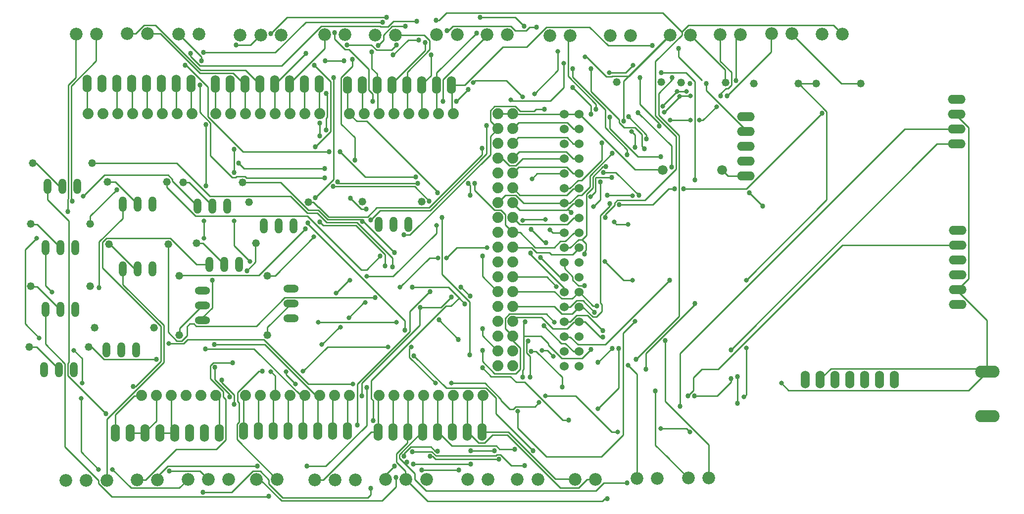
<source format=gbr>
%TF.GenerationSoftware,KiCad,Pcbnew,(7.0.0)*%
%TF.CreationDate,2023-06-30T12:19:52+08:00*%
%TF.ProjectId,SparqControlv3,53706172-7143-46f6-9e74-726f6c76332e,rev?*%
%TF.SameCoordinates,Original*%
%TF.FileFunction,Copper,L1,Top*%
%TF.FilePolarity,Positive*%
%FSLAX46Y46*%
G04 Gerber Fmt 4.6, Leading zero omitted, Abs format (unit mm)*
G04 Created by KiCad (PCBNEW (7.0.0)) date 2023-06-30 12:19:52*
%MOMM*%
%LPD*%
G01*
G04 APERTURE LIST*
%TA.AperFunction,ComponentPad*%
%ADD10C,1.524000*%
%TD*%
%TA.AperFunction,ComponentPad*%
%ADD11O,1.524000X3.048000*%
%TD*%
%TA.AperFunction,ComponentPad*%
%ADD12C,1.320800*%
%TD*%
%TA.AperFunction,ComponentPad*%
%ADD13O,2.641600X1.320800*%
%TD*%
%TA.AperFunction,ComponentPad*%
%ADD14O,1.320800X2.641600*%
%TD*%
%TA.AperFunction,ComponentPad*%
%ADD15C,2.184400*%
%TD*%
%TA.AperFunction,ComponentPad*%
%ADD16O,3.048000X1.524000*%
%TD*%
%TA.AperFunction,ComponentPad*%
%ADD17C,1.879600*%
%TD*%
%TA.AperFunction,ComponentPad*%
%ADD18O,4.191000X2.095500*%
%TD*%
%TA.AperFunction,ComponentPad*%
%ADD19C,1.676400*%
%TD*%
%TA.AperFunction,ViaPad*%
%ADD20C,0.800000*%
%TD*%
%TA.AperFunction,ViaPad*%
%ADD21C,0.863600*%
%TD*%
%TA.AperFunction,Conductor*%
%ADD22C,0.254000*%
%TD*%
G04 APERTURE END LIST*
D10*
%TO.P,CN4,36,36*%
%TO.N,+5V*%
X156698800Y-80589200D03*
%TO.P,CN4,35,35*%
X159238800Y-80589200D03*
%TO.P,CN4,34,34*%
%TO.N,/M22*%
X156698800Y-83129200D03*
%TO.P,CN4,32,32*%
%TO.N,/M24*%
X156698800Y-85669200D03*
%TO.P,CN4,30,30*%
%TO.N,/M26*%
X156698800Y-88209200D03*
%TO.P,CN4,33,33*%
%TO.N,/M23*%
X159238800Y-83129200D03*
%TO.P,CN4,31,31*%
%TO.N,/M25*%
X159238800Y-85669200D03*
%TO.P,CN4,29,29*%
%TO.N,/M27*%
X159238800Y-88209200D03*
%TO.P,CN4,28,28*%
%TO.N,/M28*%
X156698800Y-90749200D03*
%TO.P,CN4,27,27*%
%TO.N,/M29*%
X159238800Y-90749200D03*
%TO.P,CN4,26,26*%
%TO.N,/M30*%
X156698800Y-93289200D03*
%TO.P,CN4,24,24*%
%TO.N,/M32*%
X156698800Y-95829200D03*
%TO.P,CN4,22,22*%
%TO.N,/M34*%
X156698800Y-98369200D03*
%TO.P,CN4,20,20*%
%TO.N,/M36*%
X156698800Y-100909200D03*
%TO.P,CN4,18,18*%
%TO.N,/M38*%
X156698800Y-103449200D03*
%TO.P,CN4,16,16*%
%TO.N,/M40*%
X156698800Y-105989200D03*
%TO.P,CN4,25,25*%
%TO.N,/M31*%
X159238800Y-93289200D03*
%TO.P,CN4,23,23*%
%TO.N,/M33*%
X159238800Y-95829200D03*
%TO.P,CN4,21,21*%
%TO.N,/M35*%
X159238800Y-98369200D03*
%TO.P,CN4,19,19*%
%TO.N,/M37*%
X159238800Y-100909200D03*
%TO.P,CN4,17,17*%
%TO.N,/M39*%
X159238800Y-103449200D03*
%TO.P,CN4,15,15*%
%TO.N,/M41*%
X159238800Y-105989200D03*
%TO.P,CN4,14,14*%
%TO.N,/M42*%
X156698800Y-108529200D03*
%TO.P,CN4,13,13*%
%TO.N,/M43*%
X159238800Y-108529200D03*
%TO.P,CN4,12,12*%
%TO.N,/M44*%
X156698800Y-111069200D03*
%TO.P,CN4,10,10*%
%TO.N,/M46*%
X156698800Y-113609200D03*
%TO.P,CN4,8,8*%
%TO.N,/M48*%
X156698800Y-116149200D03*
%TO.P,CN4,6,6*%
%TO.N,/M50*%
X156698800Y-118689200D03*
%TO.P,CN4,4,4*%
%TO.N,/M52*%
X156698800Y-121229200D03*
%TO.P,CN4,2,2*%
%TO.N,GND*%
X156698800Y-123769200D03*
%TO.P,CN4,11,11*%
%TO.N,/M45*%
X159238800Y-111069200D03*
%TO.P,CN4,9,9*%
%TO.N,/M47*%
X159238800Y-113609200D03*
%TO.P,CN4,7,7*%
%TO.N,/M49*%
X159238800Y-116149200D03*
%TO.P,CN4,5,5*%
%TO.N,/M51*%
X159238800Y-118689200D03*
%TO.P,CN4,3,3*%
%TO.N,/M53*%
X159238800Y-121229200D03*
%TO.P,CN4,1,1*%
%TO.N,GND*%
X159238800Y-123769200D03*
%TD*%
D11*
%TO.P,CN7,8,8*%
%TO.N,/+VIN*%
X97618399Y-135122999D03*
%TO.P,CN7,7,7*%
%TO.N,GND*%
X95078399Y-135122999D03*
%TO.P,CN7,6,6*%
X92538399Y-135122999D03*
%TO.P,CN7,5,5*%
%TO.N,+5V*%
X89998399Y-135122999D03*
%TO.P,CN7,4,4*%
X87458399Y-135122999D03*
%TO.P,CN7,3,3*%
%TO.N,/+3.3V*%
X84918399Y-135122999D03*
%TO.P,CN7,2,2*%
X82378399Y-135122999D03*
%TO.P,CN7,1,1*%
%TO.N,/MRST*%
X79838399Y-135122999D03*
%TD*%
D12*
%TO.P,R4,2,2*%
%TO.N,/MA3*%
X199802600Y-75331400D03*
%TO.P,R4,1,1*%
%TO.N,/MAG_B*%
X207422600Y-75331400D03*
%TD*%
%TO.P,R5,2,2*%
%TO.N,GND*%
X189134600Y-75331400D03*
%TO.P,R5,1,1*%
%TO.N,/MA3*%
X196754600Y-75331400D03*
%TD*%
%TO.P,R6,2,2*%
%TO.N,/M39*%
X75596600Y-110053200D03*
%TO.P,R6,1,1*%
%TO.N,Net-(R6-Pad1)*%
X65436600Y-110053200D03*
%TD*%
D13*
%TO.P,T14,B,B*%
%TO.N,Net-(R67-Pad1)*%
X109933799Y-112985199D03*
%TO.P,T14,C,C*%
%TO.N,/MEL1*%
X109933799Y-115525199D03*
%TO.P,T14,E,E*%
%TO.N,GND*%
X109933799Y-110445199D03*
%TD*%
%TO.P,T15,B,B*%
%TO.N,Net-(R68-Pad1)*%
X94776799Y-113304799D03*
%TO.P,T15,C,C*%
%TO.N,/MEL2*%
X94776799Y-115844799D03*
%TO.P,T15,E,E*%
%TO.N,GND*%
X94776799Y-110764799D03*
%TD*%
D14*
%TO.P,T16,B,B*%
%TO.N,Net-(R69-Pad1)*%
X107839399Y-99665199D03*
%TO.P,T16,C,C*%
%TO.N,/MEL3*%
X105299399Y-99665199D03*
%TO.P,T16,E,E*%
%TO.N,GND*%
X110379399Y-99665199D03*
%TD*%
%TO.P,T17,B,B*%
%TO.N,Net-(R70-Pad1)*%
X127430799Y-99411199D03*
%TO.P,T17,C,C*%
%TO.N,/LIGHT1*%
X124890799Y-99411199D03*
%TO.P,T17,E,E*%
%TO.N,GND*%
X129970799Y-99411199D03*
%TD*%
D12*
%TO.P,R67,2,2*%
%TO.N,/M22*%
X105860800Y-108201800D03*
%TO.P,R67,1,1*%
%TO.N,Net-(R67-Pad1)*%
X105860800Y-118361800D03*
%TD*%
%TO.P,R68,2,2*%
%TO.N,/M23*%
X90820800Y-108201800D03*
%TO.P,R68,1,1*%
%TO.N,Net-(R68-Pad1)*%
X90820800Y-118361800D03*
%TD*%
%TO.P,R69,2,2*%
%TO.N,/M24*%
X112928600Y-95589400D03*
%TO.P,R69,1,1*%
%TO.N,Net-(R69-Pad1)*%
X102768600Y-95589400D03*
%TD*%
%TO.P,R70,2,2*%
%TO.N,/M29*%
X132258000Y-95519400D03*
%TO.P,R70,1,1*%
%TO.N,Net-(R70-Pad1)*%
X122098000Y-95519400D03*
%TD*%
%TO.P,R28,2,2*%
%TO.N,/M52*%
X88666200Y-92124600D03*
%TO.P,R28,1,1*%
%TO.N,Net-(R28-Pad1)*%
X78506200Y-92124600D03*
%TD*%
%TO.P,R29,2,2*%
%TO.N,/M40*%
X88916400Y-102846400D03*
%TO.P,R29,1,1*%
%TO.N,Net-(R29-Pad1)*%
X78756400Y-102846400D03*
%TD*%
%TO.P,R30,2,2*%
%TO.N,/M41*%
X86440000Y-117091000D03*
%TO.P,R30,1,1*%
%TO.N,Net-(R30-Pad1)*%
X76280000Y-117091000D03*
%TD*%
%TO.P,R31,2,2*%
%TO.N,/M42*%
X101629200Y-92230600D03*
%TO.P,R31,1,1*%
%TO.N,Net-(R31-Pad1)*%
X91469200Y-92230600D03*
%TD*%
%TO.P,R39,2,2*%
%TO.N,/MA2*%
X176643400Y-75108200D03*
%TO.P,R39,1,1*%
%TO.N,/MAG_A*%
X184263400Y-75108200D03*
%TD*%
%TO.P,R40,2,2*%
%TO.N,GND*%
X165686400Y-75074200D03*
%TO.P,R40,1,1*%
%TO.N,/MA2*%
X173306400Y-75074200D03*
%TD*%
D15*
%TO.P,LIGHT_12,2,2*%
%TO.N,/LIGHT2*%
X140165200Y-143149400D03*
%TO.P,LIGHT_12,1,1*%
%TO.N,/LIGHT1*%
X143665200Y-143149400D03*
%TD*%
%TO.P,LIGHT_34,2,2*%
%TO.N,/LIGHT4*%
X148648800Y-143149400D03*
%TO.P,LIGHT_34,1,1*%
%TO.N,/LIGHT3*%
X152148800Y-143149400D03*
%TD*%
D16*
%TO.P,MP3,4,4*%
%TO.N,GND*%
X223780199Y-78023799D03*
%TO.P,MP3,3,3*%
%TO.N,+5V*%
X223780199Y-80563799D03*
%TO.P,MP3,2,2*%
%TO.N,/MA7*%
X223780199Y-83103799D03*
%TO.P,MP3,1,1*%
%TO.N,/MA6*%
X223780199Y-85643799D03*
%TD*%
D11*
%TO.P,ACP220,7,7*%
%TO.N,unconnected-(ACP220-Pad7)*%
X213162999Y-126004399D03*
%TO.P,ACP220,6,6*%
%TO.N,unconnected-(ACP220-Pad6)*%
X210622999Y-126004399D03*
%TO.P,ACP220,5,5*%
%TO.N,/MA11*%
X208082999Y-126004399D03*
%TO.P,ACP220,4,4*%
%TO.N,/MA10*%
X205542999Y-126004399D03*
%TO.P,ACP220,3,3*%
%TO.N,unconnected-(ACP220-Pad3)*%
X203002999Y-126004399D03*
%TO.P,ACP220,2,2*%
%TO.N,+5V*%
X200462999Y-126004399D03*
%TO.P,ACP220,1,1*%
%TO.N,GND*%
X197922999Y-126004399D03*
%TD*%
D16*
%TO.P,HC12,5,5*%
%TO.N,unconnected-(HC12-Pad5)*%
X187762999Y-80995599D03*
%TO.P,HC12,4,4*%
%TO.N,/MRX2*%
X187762999Y-83535599D03*
%TO.P,HC12,3,3*%
%TO.N,/MTX2*%
X187762999Y-86075599D03*
%TO.P,HC12,2,2*%
%TO.N,GND*%
X187762999Y-88615599D03*
%TO.P,HC12,1,1*%
%TO.N,Net-(D1-PadC)*%
X187762999Y-91155599D03*
%TD*%
D17*
%TO.P,U2,A9,A9*%
%TO.N,/MA9*%
X127514200Y-128747600D03*
%TO.P,U2,A10,A10*%
%TO.N,/MA10*%
X130054200Y-128747600D03*
%TO.P,U2,A11,A11*%
%TO.N,/MA11*%
X132594200Y-128747600D03*
%TO.P,U2,A12,A12*%
%TO.N,/MA12*%
X135134200Y-128747600D03*
%TO.P,U2,A13,A13*%
%TO.N,/MA13*%
X137674200Y-128747600D03*
%TO.P,U2,A14,A14*%
%TO.N,/MA14*%
X140214200Y-128747600D03*
%TO.P,U2,A15,A15*%
%TO.N,/MA15*%
X142754200Y-128747600D03*
%TO.P,U2,A8,A8*%
%TO.N,/MA8*%
X124974200Y-128747600D03*
%TO.P,U2,15,15(RX3)*%
%TO.N,/MRX3*%
X122434200Y-80487600D03*
%TO.P,U2,16,16(TX2)*%
%TO.N,/MTX2*%
X124974200Y-80487600D03*
%TO.P,U2,17,17(RX2)*%
%TO.N,/MRX2*%
X127514200Y-80487600D03*
%TO.P,U2,18,18(TX1)*%
%TO.N,/MTX1*%
X130054200Y-80487600D03*
%TO.P,U2,19,19(RX1)*%
%TO.N,/MRX1*%
X132594200Y-80487600D03*
%TO.P,U2,20,20(SDA)*%
%TO.N,/M20*%
X135134200Y-80487600D03*
%TO.P,U2,21,21(SCL)*%
%TO.N,/M21*%
X137674200Y-80487600D03*
%TO.P,U2,14,14(TX3)*%
%TO.N,/MTX3*%
X119894200Y-80487600D03*
%TO.P,U2,A1,A1(TX0)*%
%TO.N,/MA1*%
X104654200Y-128747600D03*
%TO.P,U2,A2,A2*%
%TO.N,/MA2*%
X107194200Y-128747600D03*
%TO.P,U2,A3,A3*%
%TO.N,/MA3*%
X109734200Y-128747600D03*
%TO.P,U2,A4,A4*%
%TO.N,/MA4*%
X112274200Y-128747600D03*
%TO.P,U2,A5,A5*%
%TO.N,/MA5*%
X114814200Y-128747600D03*
%TO.P,U2,A6,A6*%
%TO.N,/MA6*%
X117354200Y-128747600D03*
%TO.P,U2,A7,A7*%
%TO.N,/MA7*%
X119894200Y-128747600D03*
%TO.P,U2,A0,A0(RX0)*%
%TO.N,/MA0*%
X102114200Y-128747600D03*
%TO.P,U2,6,6*%
%TO.N,/M6*%
X99574200Y-80487600D03*
%TO.P,U2,5,5*%
%TO.N,/M5*%
X102114200Y-80487600D03*
%TO.P,U2,4,4*%
%TO.N,/M4*%
X104654200Y-80487600D03*
%TO.P,U2,3,3*%
%TO.N,/M3*%
X107194200Y-80487600D03*
%TO.P,U2,2,2*%
%TO.N,/M2*%
X109734200Y-80487600D03*
%TO.P,U2,1,1(TX0)*%
%TO.N,/MTX0*%
X112274200Y-80487600D03*
%TO.P,U2,0,0(RX0)*%
%TO.N,/MRX0*%
X114814200Y-80487600D03*
%TO.P,U2,7,7*%
%TO.N,/M7*%
X97034200Y-80487600D03*
%TO.P,U2,GND@4,GND@4*%
%TO.N,GND*%
X77730200Y-80487600D03*
%TO.P,U2,13,13*%
%TO.N,/M13*%
X80270200Y-80487600D03*
%TO.P,U2,12,12*%
%TO.N,/M12*%
X82810200Y-80487600D03*
%TO.P,U2,11,11*%
%TO.N,/M11*%
X85350200Y-80487600D03*
%TO.P,U2,10,10*%
%TO.N,/M10*%
X87890200Y-80487600D03*
%TO.P,U2,9,9*%
%TO.N,/M9*%
X90430200Y-80487600D03*
%TO.P,U2,8,8*%
%TO.N,/M8*%
X92970200Y-80487600D03*
%TO.P,U2,AREF,AREF*%
%TO.N,/MAR*%
X75190200Y-80487600D03*
%TO.P,U2,37,37*%
%TO.N,/M37*%
X147834200Y-100807600D03*
%TO.P,U2,36,36*%
%TO.N,/M36*%
X145294200Y-100807600D03*
%TO.P,U2,35,35*%
%TO.N,/M35*%
X147834200Y-98267600D03*
%TO.P,U2,34,34*%
%TO.N,/M34*%
X145294200Y-98267600D03*
%TO.P,U2,33,33*%
%TO.N,/M33*%
X147834200Y-95727600D03*
%TO.P,U2,32,32*%
%TO.N,/M32*%
X145294200Y-95727600D03*
%TO.P,U2,31,31*%
%TO.N,/M31*%
X147834200Y-93187600D03*
%TO.P,U2,30,30*%
%TO.N,/M30*%
X145294200Y-93187600D03*
%TO.P,U2,29,29*%
%TO.N,/M29*%
X147834200Y-90647600D03*
%TO.P,U2,28,28*%
%TO.N,/M28*%
X145294200Y-90647600D03*
%TO.P,U2,27,27*%
%TO.N,/M27*%
X147834200Y-88107600D03*
%TO.P,U2,26,26*%
%TO.N,/M26*%
X145294200Y-88107600D03*
%TO.P,U2,25,25*%
%TO.N,/M25*%
X147834200Y-85567600D03*
%TO.P,U2,24,24*%
%TO.N,/M24*%
X145294200Y-85567600D03*
%TO.P,U2,23,23*%
%TO.N,/M23*%
X147834200Y-83027600D03*
%TO.P,U2,22,22*%
%TO.N,/M22*%
X145294200Y-83027600D03*
%TO.P,U2,53,53*%
%TO.N,/M53*%
X147834200Y-121127600D03*
%TO.P,U2,52,52*%
%TO.N,/M52*%
X145294200Y-121127600D03*
%TO.P,U2,51,51*%
%TO.N,/M51*%
X147834200Y-118587600D03*
%TO.P,U2,50,50*%
%TO.N,/M50*%
X145294200Y-118587600D03*
%TO.P,U2,49,49*%
%TO.N,/M49*%
X147834200Y-116047600D03*
%TO.P,U2,48,48*%
%TO.N,/M48*%
X145294200Y-116047600D03*
%TO.P,U2,47,47*%
%TO.N,/M47*%
X147834200Y-113507600D03*
%TO.P,U2,46,46*%
%TO.N,/M46*%
X145294200Y-113507600D03*
%TO.P,U2,45,45*%
%TO.N,/M45*%
X147834200Y-110967600D03*
%TO.P,U2,44,44*%
%TO.N,/M44*%
X145294200Y-110967600D03*
%TO.P,U2,43,43*%
%TO.N,/M43*%
X147834200Y-108427600D03*
%TO.P,U2,42,42*%
%TO.N,/M42*%
X145294200Y-108427600D03*
%TO.P,U2,41,41*%
%TO.N,/M41*%
X147834200Y-105887600D03*
%TO.P,U2,40,40*%
%TO.N,/M40*%
X145294200Y-105887600D03*
%TO.P,U2,39,39*%
%TO.N,/M39*%
X147834200Y-103347600D03*
%TO.P,U2,38,38*%
%TO.N,/M38*%
X145294200Y-103347600D03*
%TO.P,U2,GND@2,GND@2*%
%TO.N,GND*%
X145294200Y-123667600D03*
%TO.P,U2,GND@3,GND@3*%
X147834200Y-123667600D03*
%TO.P,U2,5V@1,5V@1*%
%TO.N,+5V*%
X145294200Y-80487600D03*
%TO.P,U2,5V@2,5V@2*%
X147834200Y-80487600D03*
%TO.P,U2,RESET,RESET*%
%TO.N,/MRST*%
X84334200Y-128747600D03*
%TO.P,U2,3.3V,3.3V*%
%TO.N,/+3.3V*%
X86874200Y-128747600D03*
%TO.P,U2,5V@0,5V@0*%
%TO.N,+5V*%
X89414200Y-128747600D03*
%TO.P,U2,GND@0,GND@0*%
%TO.N,GND*%
X91954200Y-128747600D03*
%TO.P,U2,GND@1,GND@1*%
X94494200Y-128747600D03*
%TO.P,U2,VIN,VIN*%
%TO.N,/+VIN*%
X97034200Y-128747600D03*
%TD*%
D14*
%TO.P,T1,E,E*%
%TO.N,GND*%
X86208399Y-95945199D03*
%TO.P,T1,C,C*%
%TO.N,/LIGHT2*%
X81128399Y-95945199D03*
%TO.P,T1,B,B*%
%TO.N,Net-(R28-Pad1)*%
X83668399Y-95945199D03*
%TD*%
%TO.P,T2,E,E*%
%TO.N,GND*%
X86218999Y-107045199D03*
%TO.P,T2,C,C*%
%TO.N,/LAS_A1*%
X81138999Y-107045199D03*
%TO.P,T2,B,B*%
%TO.N,Net-(R29-Pad1)*%
X83678999Y-107045199D03*
%TD*%
%TO.P,T3,E,E*%
%TO.N,GND*%
X83428999Y-120904399D03*
%TO.P,T3,C,C*%
%TO.N,/LAS_A2*%
X78348999Y-120904399D03*
%TO.P,T3,B,B*%
%TO.N,Net-(R30-Pad1)*%
X80888999Y-120904399D03*
%TD*%
%TO.P,T4,E,E*%
%TO.N,GND*%
X99044599Y-96257199D03*
%TO.P,T4,C,C*%
%TO.N,/LAS_A3*%
X93964599Y-96257199D03*
%TO.P,T4,B,B*%
%TO.N,Net-(R31-Pad1)*%
X96504599Y-96257199D03*
%TD*%
D11*
%TO.P,CN1,1,1*%
%TO.N,/MAR*%
X75063199Y-75305999D03*
%TO.P,CN1,2,2*%
%TO.N,GND*%
X77603199Y-75305999D03*
%TO.P,CN1,3,3*%
%TO.N,/M13*%
X80143199Y-75305999D03*
%TO.P,CN1,4,4*%
%TO.N,/M12*%
X82683199Y-75305999D03*
%TO.P,CN1,5,5*%
%TO.N,/M11*%
X85223199Y-75305999D03*
%TO.P,CN1,6,6*%
%TO.N,/M10*%
X87763199Y-75305999D03*
%TO.P,CN1,7,7*%
%TO.N,/M9*%
X90303199Y-75305999D03*
%TO.P,CN1,8,8*%
%TO.N,/M8*%
X92843199Y-75305999D03*
%TD*%
%TO.P,CN2,1,1*%
%TO.N,/M7*%
X96957999Y-75382199D03*
%TO.P,CN2,2,2*%
%TO.N,/M6*%
X99497999Y-75382199D03*
%TO.P,CN2,3,3*%
%TO.N,/M5*%
X102037999Y-75382199D03*
%TO.P,CN2,4,4*%
%TO.N,/M4*%
X104577999Y-75382199D03*
%TO.P,CN2,5,5*%
%TO.N,/M3*%
X107117999Y-75382199D03*
%TO.P,CN2,6,6*%
%TO.N,/M2*%
X109657999Y-75382199D03*
%TO.P,CN2,7,7*%
%TO.N,/MTX0*%
X112197999Y-75382199D03*
%TO.P,CN2,8,8*%
%TO.N,/MRX0*%
X114737999Y-75382199D03*
%TD*%
%TO.P,CN3,1,1*%
%TO.N,/MTX3*%
X119614799Y-75534599D03*
%TO.P,CN3,2,2*%
%TO.N,/MRX3*%
X122154799Y-75534599D03*
%TO.P,CN3,3,3*%
%TO.N,/MTX2*%
X124694799Y-75534599D03*
%TO.P,CN3,4,4*%
%TO.N,/MRX2*%
X127234799Y-75534599D03*
%TO.P,CN3,5,5*%
%TO.N,/MTX1*%
X129774799Y-75534599D03*
%TO.P,CN3,6,6*%
%TO.N,/MRX1*%
X132314799Y-75534599D03*
%TO.P,CN3,7,7*%
%TO.N,/M20*%
X134854799Y-75534599D03*
%TO.P,CN3,8,8*%
%TO.N,/M21*%
X137394799Y-75534599D03*
%TD*%
%TO.P,CN5,1,1*%
%TO.N,/MA8*%
X124796399Y-134995999D03*
%TO.P,CN5,2,2*%
%TO.N,/MA9*%
X127336399Y-134995999D03*
%TO.P,CN5,3,3*%
%TO.N,/MA10*%
X129876399Y-134995999D03*
%TO.P,CN5,4,4*%
%TO.N,/MA11*%
X132416399Y-134995999D03*
%TO.P,CN5,5,5*%
%TO.N,/MA12*%
X134956399Y-134995999D03*
%TO.P,CN5,6,6*%
%TO.N,/MA13*%
X137496399Y-134995999D03*
%TO.P,CN5,7,7*%
%TO.N,/MA14*%
X140036399Y-134995999D03*
%TO.P,CN5,8,8*%
%TO.N,/MA15*%
X142576399Y-134995999D03*
%TD*%
%TO.P,CN6,1,1*%
%TO.N,/MA0*%
X101783999Y-134818199D03*
%TO.P,CN6,2,2*%
%TO.N,/MA1*%
X104323999Y-134818199D03*
%TO.P,CN6,3,3*%
%TO.N,/MA2*%
X106863999Y-134818199D03*
%TO.P,CN6,4,4*%
%TO.N,/MA3*%
X109403999Y-134818199D03*
%TO.P,CN6,5,5*%
%TO.N,/MA4*%
X111943999Y-134818199D03*
%TO.P,CN6,6,6*%
%TO.N,/MA5*%
X114483999Y-134818199D03*
%TO.P,CN6,7,7*%
%TO.N,/MA6*%
X117023999Y-134818199D03*
%TO.P,CN6,8,8*%
%TO.N,/MA7*%
X119563999Y-134818199D03*
%TD*%
D14*
%TO.P,T5,E,E*%
%TO.N,GND*%
X101047399Y-106319399D03*
%TO.P,T5,C,C*%
%TO.N,/LAS_B1*%
X95967399Y-106319399D03*
%TO.P,T5,B,B*%
%TO.N,Net-(R1-Pad1)*%
X98507399Y-106319399D03*
%TD*%
%TO.P,T6,E,E*%
%TO.N,GND*%
X73335999Y-92933599D03*
%TO.P,T6,C,C*%
%TO.N,/LAS_B2*%
X68255999Y-92933599D03*
%TO.P,T6,B,B*%
%TO.N,Net-(R2-Pad1)*%
X70795999Y-92933599D03*
%TD*%
%TO.P,T7,E,E*%
%TO.N,GND*%
X73031199Y-103423799D03*
%TO.P,T7,C,C*%
%TO.N,/LAS_B3*%
X67951199Y-103423799D03*
%TO.P,T7,B,B*%
%TO.N,Net-(R3-Pad1)*%
X70491199Y-103423799D03*
%TD*%
D12*
%TO.P,R1,1,1*%
%TO.N,Net-(R1-Pad1)*%
X93732200Y-102661800D03*
%TO.P,R1,2,2*%
%TO.N,/M45*%
X103892200Y-102661800D03*
%TD*%
%TO.P,R2,1,1*%
%TO.N,Net-(R2-Pad1)*%
X65766800Y-88920400D03*
%TO.P,R2,2,2*%
%TO.N,/M46*%
X75926800Y-88920400D03*
%TD*%
%TO.P,R3,1,1*%
%TO.N,Net-(R3-Pad1)*%
X65360400Y-99385200D03*
%TO.P,R3,2,2*%
%TO.N,/M47*%
X75520400Y-99385200D03*
%TD*%
D15*
%TO.P,LAS_OUT_A1,1,1*%
%TO.N,/LAS_A1*%
X78410000Y-143251000D03*
%TO.P,LAS_OUT_A1,2,2*%
%TO.N,/LAS_A2*%
X74910000Y-143251000D03*
%TO.P,LAS_OUT_A1,3,3*%
%TO.N,/LAS_A3*%
X71410000Y-143251000D03*
%TD*%
%TO.P,LAS_IN_A1,1,1*%
%TO.N,/M43*%
X87099400Y-143174800D03*
%TO.P,LAS_IN_A1,2,2*%
%TO.N,/M44*%
X83599400Y-143174800D03*
%TD*%
%TO.P,LAS_OUT_B1,1,1*%
%TO.N,/LAS_B1*%
X99288800Y-143124000D03*
%TO.P,LAS_OUT_B1,2,2*%
%TO.N,/LAS_B2*%
X95788800Y-143124000D03*
%TO.P,LAS_OUT_B1,3,3*%
%TO.N,/LAS_B3*%
X92288800Y-143124000D03*
%TD*%
%TO.P,LAS_IN_B1,1,1*%
%TO.N,/M48*%
X107546400Y-143149400D03*
%TO.P,LAS_IN_B1,2,2*%
%TO.N,/M49*%
X104046400Y-143149400D03*
%TD*%
%TO.P,MAG_A_IN1,1,1*%
%TO.N,/M30*%
X174761600Y-67000200D03*
%TO.P,MAG_A_IN1,2,2*%
%TO.N,/MAG_A*%
X178261600Y-67000200D03*
%TD*%
%TO.P,MAG_A_SEL1,1,1*%
%TO.N,/M33*%
X183346800Y-66949400D03*
%TO.P,MAG_A_SEL1,2,2*%
%TO.N,/M32*%
X186846800Y-66949400D03*
%TD*%
%TO.P,MAG_B_IN1,1,1*%
%TO.N,/M31*%
X192109800Y-66771600D03*
%TO.P,MAG_B_IN1,2,2*%
%TO.N,/MAG_B*%
X195609800Y-66771600D03*
%TD*%
%TO.P,MAG_B_SEL1,1,1*%
%TO.N,/M35*%
X200771200Y-66847800D03*
%TO.P,MAG_B_SEL1,2,2*%
%TO.N,/M34*%
X204271200Y-66847800D03*
%TD*%
%TO.P,ADD_BAR_A1,1,1*%
%TO.N,/M25*%
X172621200Y-142971600D03*
%TO.P,ADD_BAR_A1,2,2*%
%TO.N,/M26*%
X169121200Y-142971600D03*
%TD*%
%TO.P,ADD_BAR_B1,1,1*%
%TO.N,/M27*%
X181409600Y-142870000D03*
%TO.P,ADD_BAR_B1,2,2*%
%TO.N,/M28*%
X177909600Y-142870000D03*
%TD*%
%TO.P,BUTTON1,1,1*%
%TO.N,/MA14*%
X162029400Y-143098600D03*
%TO.P,BUTTON1,2,2*%
%TO.N,/MA15*%
X158529400Y-143098600D03*
%TD*%
%TO.P,RFID1,1,1*%
%TO.N,/M2*%
X115681200Y-66924000D03*
%TO.P,RFID1,2,2*%
%TO.N,/M3*%
X119181200Y-66924000D03*
%TD*%
%TO.P,RFID2,1,1*%
%TO.N,/MRX1*%
X124317200Y-66974800D03*
%TO.P,RFID2,2,2*%
%TO.N,/MTX1*%
X127817200Y-66974800D03*
%TD*%
%TO.P,BUMPER1,1,1*%
%TO.N,/MA12*%
X164550800Y-67127200D03*
%TO.P,BUMPER1,2,2*%
%TO.N,/MA13*%
X168050800Y-67127200D03*
%TD*%
%TO.P,MD_A1,1,1*%
%TO.N,/M8*%
X143443400Y-66949400D03*
%TO.P,MD_A1,2,2*%
%TO.N,/M9*%
X146943400Y-66949400D03*
%TD*%
%TO.P,MD_B1,1,1*%
%TO.N,/M6*%
X134858200Y-66949400D03*
%TO.P,MD_B1,2,2*%
%TO.N,/M7*%
X138358200Y-66949400D03*
%TD*%
D14*
%TO.P,T8,E,E*%
%TO.N,GND*%
X72980399Y-114015599D03*
%TO.P,T8,C,C*%
%TO.N,/LIGHT3*%
X67900399Y-114015599D03*
%TO.P,T8,B,B*%
%TO.N,Net-(R6-Pad1)*%
X70440399Y-114015599D03*
%TD*%
%TO.P,T9,E,E*%
%TO.N,GND*%
X72777199Y-124302599D03*
%TO.P,T9,C,C*%
%TO.N,/LIGHT4*%
X67697199Y-124302599D03*
%TO.P,T9,B,B*%
%TO.N,Net-(R7-Pad1)*%
X70237199Y-124302599D03*
%TD*%
D12*
%TO.P,R7,1,1*%
%TO.N,Net-(R7-Pad1)*%
X65182600Y-120441800D03*
%TO.P,R7,2,2*%
%TO.N,/M53*%
X75342600Y-120441800D03*
%TD*%
D15*
%TO.P,TONE1,1,1*%
%TO.N,/MEL1*%
X101231200Y-66974800D03*
%TO.P,TONE1,2,2*%
%TO.N,/MEL2*%
X104731200Y-66974800D03*
%TO.P,TONE1,3,3*%
%TO.N,/MEL3*%
X108231200Y-66974800D03*
%TD*%
%TO.P,HOOK_A1,1,1*%
%TO.N,/MA4*%
X73161600Y-66822400D03*
%TO.P,HOOK_A1,2,2*%
%TO.N,/MA5*%
X76661600Y-66822400D03*
%TD*%
%TO.P,HOOK_B1,1,1*%
%TO.N,/M4*%
X81899200Y-66720800D03*
%TO.P,HOOK_B1,2,2*%
%TO.N,/M5*%
X85399200Y-66720800D03*
%TD*%
%TO.P,HOOK_C1,1,1*%
%TO.N,/M36*%
X90687600Y-66822400D03*
%TO.P,HOOK_C1,2,2*%
%TO.N,/M37*%
X94187600Y-66822400D03*
%TD*%
%TO.P,PD_INPUT1,1,1*%
%TO.N,/M51*%
X154187600Y-67076400D03*
%TO.P,PD_INPUT1,2,2*%
%TO.N,/M38*%
X157687600Y-67076400D03*
%TD*%
%TO.P,AIO_A1,1,1*%
%TO.N,/MA0*%
X120980400Y-143174800D03*
%TO.P,AIO_A1,2,2*%
%TO.N,/MA1*%
X117480400Y-143174800D03*
%TO.P,AIO_A1,3,3*%
%TO.N,/MA8*%
X113980400Y-143174800D03*
%TD*%
%TO.P,AIO_B1,1,1*%
%TO.N,/MA9*%
X133096200Y-143098600D03*
%TO.P,AIO_B1,2,2*%
%TO.N,/MA10*%
X129596200Y-143098600D03*
%TO.P,AIO_B1,3,3*%
%TO.N,/MA11*%
X126096200Y-143098600D03*
%TD*%
D18*
%TO.P,X1,1,1*%
%TO.N,+5V*%
X229063399Y-124632799D03*
%TO.P,X1,2,1*%
%TO.N,GND*%
X229063399Y-132252799D03*
%TD*%
D16*
%TO.P,BTOOTH1,1,1*%
%TO.N,unconnected-(BTOOTH1-Pad1)*%
X224008799Y-113151999D03*
%TO.P,BTOOTH1,2,2*%
%TO.N,+5V*%
X224008799Y-110611999D03*
%TO.P,BTOOTH1,3,3*%
%TO.N,GND*%
X224008799Y-108071999D03*
%TO.P,BTOOTH1,4,4*%
%TO.N,/MRX3*%
X224008799Y-105531999D03*
%TO.P,BTOOTH1,5,5*%
%TO.N,/MTX3*%
X224008799Y-102991999D03*
%TO.P,BTOOTH1,6,6*%
%TO.N,unconnected-(BTOOTH1-Pad6)*%
X224008799Y-100451999D03*
%TD*%
D19*
%TO.P,D1,A,A*%
%TO.N,+5V*%
X173539000Y-90088800D03*
%TO.P,D1,C,C*%
%TO.N,Net-(D1-PadC)*%
X183699000Y-90088800D03*
%TD*%
D20*
%TO.N,+5V*%
X193800000Y-126619800D03*
%TO.N,/M31*%
X174800000Y-81600000D03*
%TO.N,/M33*%
X173800000Y-80200000D03*
X176427191Y-77513782D03*
%TO.N,/M32*%
X175980200Y-76619800D03*
X173526500Y-79200000D03*
%TO.N,/M47*%
X168198139Y-83546300D03*
%TO.N,/M32*%
X177600000Y-76619800D03*
%TO.N,/M51*%
X155000000Y-116200000D03*
%TO.N,/M30*%
X151600000Y-77046300D03*
X155600000Y-69800000D03*
X151600000Y-77046300D03*
X160262014Y-70737986D03*
%TO.N,/M33*%
X178289900Y-77419800D03*
%TO.N,/M31*%
X182709586Y-79290414D03*
X184566400Y-77419800D03*
X179742900Y-81600000D03*
X178289900Y-81600000D03*
%TO.N,/MEL1*%
X102926522Y-105782250D03*
%TO.N,/MA2*%
X143425200Y-103418674D03*
X136492900Y-105200000D03*
X135039900Y-105165873D03*
X128600000Y-110200000D03*
%TO.N,/M22*%
X113830200Y-101569800D03*
%TO.N,/MA2*%
X115200000Y-120000000D03*
X118400000Y-117000000D03*
X119800000Y-115400000D03*
X122600000Y-112800000D03*
X168462014Y-72137986D03*
X156589900Y-71800000D03*
X164400000Y-73400000D03*
X147509586Y-78090414D03*
%TO.N,/M29*%
X149600000Y-77546300D03*
X141066400Y-75147228D03*
%TO.N,/MA2*%
X106462473Y-124643300D03*
%TO.N,/MA3*%
X187800000Y-109000000D03*
X187800000Y-120600000D03*
X187400000Y-129000000D03*
X178184586Y-135015414D03*
X165800000Y-135000000D03*
X173200000Y-134400000D03*
X153431814Y-128831814D03*
X152385385Y-129916212D03*
X137400000Y-126643300D03*
X130520327Y-120393300D03*
X126504386Y-120393300D03*
X112004386Y-124604386D03*
X109062473Y-124643300D03*
X134662473Y-126643300D03*
X110670327Y-126796300D03*
%TO.N,/M39*%
X163600000Y-105800000D03*
X168326500Y-109000000D03*
X168800000Y-116000000D03*
X148704386Y-131393300D03*
%TO.N,/M42*%
X161192900Y-94681814D03*
%TO.N,/M43*%
X155326500Y-110057327D03*
%TO.N,/M33*%
X161692900Y-96400000D03*
%TO.N,/M38*%
X162462473Y-130996300D03*
%TO.N,/M26*%
X165200000Y-99000000D03*
X167600000Y-123600000D03*
X167600000Y-99400000D03*
%TO.N,/M44*%
X117600000Y-111200000D03*
X120000000Y-109000000D03*
%TO.N,/MEL2*%
X95000000Y-101800000D03*
X95000000Y-98800000D03*
%TO.N,/MEL1*%
X100200000Y-98800000D03*
%TO.N,/M52*%
X154800000Y-122000000D03*
%TO.N,/M36*%
X153492900Y-98600000D03*
X154200000Y-100400000D03*
X149600000Y-98743300D03*
%TO.N,/M48*%
X128000000Y-116200000D03*
X114600000Y-116200000D03*
%TO.N,/M52*%
X152839900Y-121000000D03*
%TO.N,/M39*%
X89000000Y-119800000D03*
X120539900Y-126802690D03*
%TO.N,/M28*%
X168316400Y-94543300D03*
X151200000Y-91600000D03*
%TO.N,/LAS_B3*%
X79400000Y-141400000D03*
X77000000Y-141400000D03*
X74000000Y-129200000D03*
X74200000Y-126600000D03*
X72800000Y-121000000D03*
X69000000Y-111000000D03*
%TO.N,/LAS_A3*%
X66866400Y-118869800D03*
X66400000Y-101800000D03*
X74400000Y-94600000D03*
%TO.N,/M44*%
X122862014Y-108337986D03*
X134800000Y-99600000D03*
D21*
%TO.N,/MA4*%
X71716400Y-97219800D03*
X95316400Y-120769800D03*
%TO.N,/MA5*%
X72516400Y-95419800D03*
X96816400Y-119969800D03*
%TO.N,/MA6*%
X185166400Y-120969800D03*
X185166400Y-125819800D03*
X178966400Y-128769800D03*
X135016400Y-138269800D03*
X129266400Y-139169800D03*
%TO.N,/MA7*%
X176516400Y-130569800D03*
X149866400Y-140719800D03*
X130716400Y-138369800D03*
%TO.N,/MA10*%
X164066400Y-146419800D03*
%TO.N,/MA11*%
X167416400Y-143719800D03*
X127616400Y-140869800D03*
X129766400Y-140169800D03*
%TO.N,/MA12*%
X173266400Y-73469800D03*
X179016400Y-91819800D03*
X179016400Y-112969800D03*
X170666400Y-124269800D03*
X148216400Y-137919800D03*
%TO.N,/MA13*%
X175166400Y-74269800D03*
X168966400Y-122569800D03*
X144766400Y-138169800D03*
X140666400Y-138169800D03*
%TO.N,/M3*%
X112516400Y-70119800D03*
%TO.N,/M6*%
X131816400Y-67819800D03*
X127416400Y-70369800D03*
X118966400Y-71369800D03*
X115816400Y-71369800D03*
%TO.N,/M7*%
X126316400Y-63969800D03*
X106466400Y-66719800D03*
%TO.N,/M8*%
X135966400Y-78369800D03*
X123916400Y-78369800D03*
X117416400Y-66619800D03*
%TO.N,/M9*%
X125566400Y-64769800D03*
X94966400Y-69969800D03*
%TO.N,/MTX3*%
X177866400Y-128769800D03*
X157466400Y-132919800D03*
X142666400Y-123969800D03*
X140466400Y-121769800D03*
X135766400Y-98269800D03*
X134966400Y-93969800D03*
%TO.N,/MRX3*%
X190616400Y-96319800D03*
X188316400Y-94019800D03*
X170766400Y-84819800D03*
X167666400Y-80969800D03*
X140266400Y-76319800D03*
X138216400Y-78369800D03*
%TO.N,/MTX2*%
X172966400Y-82619800D03*
X169616400Y-74319800D03*
X151966400Y-65619800D03*
X136566400Y-66269800D03*
X129516400Y-65519800D03*
X124866400Y-68769800D03*
X123766400Y-69869800D03*
%TO.N,/MRX2*%
X180966400Y-75319800D03*
X132866400Y-68269800D03*
%TO.N,/MRX1*%
X133866400Y-70369800D03*
%TO.N,/M20*%
X141666400Y-66669800D03*
X176216400Y-69319800D03*
%TO.N,/M21*%
X171766400Y-68819800D03*
X178216400Y-75269800D03*
%TO.N,/M22*%
X129266400Y-101219800D03*
X153266400Y-79719800D03*
%TO.N,/M23*%
X112416400Y-100219800D03*
X123566400Y-98669800D03*
X143416400Y-82519800D03*
%TO.N,/M24*%
X142616400Y-86419800D03*
%TO.N,/M25*%
X186266400Y-130069800D03*
X186266400Y-125519800D03*
X173166400Y-87869800D03*
X164466400Y-81019800D03*
%TO.N,/M26*%
X153566400Y-102569800D03*
X150966400Y-100269800D03*
%TO.N,/M27*%
X173966400Y-119319800D03*
X169416400Y-94469800D03*
X163366400Y-90569800D03*
%TO.N,/M28*%
X164066400Y-94469800D03*
X172266400Y-127969800D03*
%TO.N,/M30*%
X163116400Y-85469800D03*
X166866400Y-81719800D03*
%TO.N,/M31*%
X184566400Y-77419800D03*
%TO.N,/M32*%
X164916400Y-87269800D03*
X186066400Y-74769800D03*
%TO.N,/M33*%
X183466400Y-77419800D03*
X162866400Y-92169800D03*
X157816400Y-97419800D03*
%TO.N,/M34*%
X163666400Y-98219800D03*
X140566400Y-94469800D03*
X140216400Y-92369800D03*
X131616400Y-92369800D03*
X117916400Y-92119800D03*
X115666400Y-89869800D03*
X100966400Y-88969800D03*
X92716400Y-70169800D03*
X131416400Y-64619800D03*
X134766400Y-64469800D03*
%TO.N,/M35*%
X200816400Y-80419800D03*
X177116400Y-93369800D03*
X175516400Y-93369800D03*
X166066400Y-96069800D03*
%TO.N,/M36*%
X133566400Y-95419800D03*
X117116400Y-92919800D03*
X115666400Y-91469800D03*
X94316400Y-75569800D03*
X94616400Y-71419800D03*
%TO.N,/M37*%
X91816400Y-72169800D03*
X116416400Y-86969800D03*
X118316400Y-86969800D03*
X131266400Y-91269800D03*
X141366400Y-92369800D03*
%TO.N,/M38*%
X163766400Y-89519800D03*
X162066400Y-79719800D03*
X133716400Y-110969800D03*
X121266400Y-133819800D03*
X133716400Y-139169800D03*
X145466400Y-139669800D03*
X165966400Y-120669800D03*
X160166400Y-104519800D03*
%TO.N,/M40*%
X124366400Y-111969800D03*
X132016400Y-113669800D03*
X137366400Y-111869800D03*
X160116400Y-109969800D03*
X122066400Y-128769800D03*
%TO.N,/M41*%
X149566400Y-125619800D03*
X150016400Y-116119800D03*
X161266400Y-120819800D03*
%TO.N,/M42*%
X127616400Y-104219800D03*
X139016400Y-110169800D03*
X140566400Y-111719800D03*
X152566400Y-105069800D03*
X164766400Y-91369800D03*
X167416400Y-87519800D03*
X158116400Y-72719800D03*
X120466400Y-71169800D03*
X120866400Y-88419800D03*
X122166400Y-98919800D03*
%TO.N,/M43*%
X104166400Y-140869800D03*
X112616400Y-140869800D03*
X122866400Y-127369800D03*
X150816400Y-125619800D03*
X150516400Y-119369800D03*
%TO.N,/M44*%
X150916400Y-104319800D03*
X161266400Y-80519800D03*
X158116400Y-75969800D03*
X142666400Y-104869800D03*
X99916400Y-123119800D03*
%TO.N,/M45*%
X102366400Y-107369800D03*
X96916400Y-123919800D03*
X99416400Y-128969800D03*
X162266400Y-113419800D03*
%TO.N,/M46*%
X127266400Y-106719800D03*
X130716400Y-110169800D03*
X139666400Y-113019800D03*
X161866400Y-114469800D03*
X164866400Y-120669800D03*
X162466400Y-123069800D03*
X124016400Y-133019800D03*
%TO.N,/M47*%
X80116400Y-93469800D03*
X168766400Y-86219800D03*
X164466400Y-95869800D03*
%TO.N,/M48*%
X163266400Y-117619800D03*
X140666400Y-140519800D03*
X130866400Y-140519800D03*
X105016400Y-124569800D03*
%TO.N,/M49*%
X127866400Y-142769800D03*
X132266400Y-141469800D03*
X138616400Y-141469800D03*
X163266400Y-118719800D03*
%TO.N,/M50*%
X174716400Y-109019800D03*
X175016400Y-89619800D03*
X169316400Y-80269800D03*
X117216400Y-74319800D03*
X114066400Y-94869800D03*
X112816400Y-99169800D03*
X129416400Y-117519800D03*
%TO.N,/M51*%
X142666400Y-121019800D03*
X138566400Y-119119800D03*
X135216400Y-115769800D03*
X126016400Y-106569800D03*
X114866400Y-99019800D03*
X114866400Y-84269800D03*
X114866400Y-82069800D03*
X142316400Y-63969800D03*
X149816400Y-65469800D03*
%TO.N,/M52*%
X125216400Y-104869800D03*
X142666400Y-117269800D03*
%TO.N,/M53*%
X86866400Y-122569800D03*
X98066400Y-126069800D03*
X100216400Y-130269800D03*
X156316400Y-127319800D03*
X151016400Y-121169800D03*
X153166400Y-116819800D03*
%TO.N,/MEL1*%
X100166400Y-90569800D03*
X100166400Y-86519800D03*
%TO.N,/MEL2*%
X96466400Y-108969800D03*
X95366400Y-92819800D03*
X95366400Y-82369800D03*
X100566400Y-68719800D03*
%TO.N,/MEL3*%
X114066400Y-86169800D03*
X113916400Y-72169800D03*
%TO.N,/LIGHT3*%
X106116400Y-146019800D03*
%TO.N,/LIGHT4*%
X94866400Y-145319800D03*
X123566400Y-144669800D03*
%TO.N,/LAS_B1*%
X82916400Y-127219800D03*
%TO.N,/LAS_B2*%
X78266400Y-131869800D03*
X89116400Y-141669800D03*
%TO.N,/LIGHT1*%
X122766400Y-96769800D03*
X120066400Y-94919800D03*
X115916400Y-83219800D03*
X115916400Y-76969800D03*
X119466400Y-68669800D03*
X127966400Y-68719800D03*
X161216400Y-72719800D03*
X170366400Y-86469800D03*
%TO.N,/LIGHT2*%
X77116400Y-110269800D03*
X130966400Y-121919800D03*
X151316400Y-138169800D03*
%TD*%
D22*
%TO.N,+5V*%
X225840800Y-127855400D02*
X195035600Y-127855400D01*
X195035600Y-127855400D02*
X193800000Y-126619800D01*
X229063400Y-124632800D02*
X225840800Y-127855400D01*
%TO.N,/M31*%
X174800000Y-81600000D02*
X178289900Y-81600000D01*
%TO.N,/M33*%
X176427191Y-77572809D02*
X176427191Y-77513782D01*
X173800000Y-80200000D02*
X176427191Y-77572809D01*
%TO.N,/M32*%
X173526500Y-79200000D02*
X173526500Y-79073500D01*
X173526500Y-79073500D02*
X175980200Y-76619800D01*
%TO.N,/MA13*%
X175166400Y-74610595D02*
X175166400Y-74269800D01*
X172800000Y-76976995D02*
X175166400Y-74610595D01*
X172800000Y-80703400D02*
X172800000Y-76976995D01*
X176316400Y-84219800D02*
X172800000Y-80703400D01*
%TO.N,/M47*%
X168766400Y-84114561D02*
X168198139Y-83546300D01*
X168766400Y-86219800D02*
X168766400Y-84114561D01*
%TO.N,/M32*%
X175980200Y-76619800D02*
X177600000Y-76619800D01*
%TO.N,/M51*%
X147309474Y-114780800D02*
X153580800Y-114780800D01*
X153580800Y-114780800D02*
X155000000Y-116200000D01*
X146567400Y-115522874D02*
X147309474Y-114780800D01*
X146567400Y-117320800D02*
X146567400Y-115522874D01*
X147834200Y-118587600D02*
X146567400Y-117320800D01*
%TO.N,/M30*%
X155600000Y-69800000D02*
X155600000Y-73046300D01*
X155600000Y-73046300D02*
X151600000Y-77046300D01*
%TO.N,/MA2*%
X154326700Y-78273300D02*
X156589900Y-76010100D01*
X147692472Y-78273300D02*
X154326700Y-78273300D01*
X147509586Y-78090414D02*
X147692472Y-78273300D01*
X156589900Y-76010100D02*
X156589900Y-71800000D01*
%TO.N,/M30*%
X160517838Y-70737986D02*
X160262014Y-70737986D01*
X164778773Y-74127000D02*
X163906852Y-74127000D01*
X164901573Y-74004200D02*
X164778773Y-74127000D01*
X167757600Y-74004200D02*
X164901573Y-74004200D01*
X174761600Y-67000200D02*
X167757600Y-74004200D01*
X163906852Y-74127000D02*
X160517838Y-70737986D01*
%TO.N,/LIGHT1*%
X166066400Y-81519800D02*
X161216400Y-76669800D01*
X166066400Y-81992906D02*
X166066400Y-81519800D01*
X161216400Y-76669800D02*
X161216400Y-72719800D01*
X169966400Y-84019800D02*
X168766400Y-82819800D01*
X169966400Y-86069800D02*
X169966400Y-84019800D01*
X170366400Y-86469800D02*
X169966400Y-86069800D01*
X168766400Y-82819800D02*
X166893294Y-82819800D01*
X166893294Y-82819800D02*
X166066400Y-81992906D01*
%TO.N,/M33*%
X176380200Y-77419800D02*
X178289900Y-77419800D01*
%TO.N,/M31*%
X179742900Y-81600000D02*
X180400000Y-81600000D01*
X180400000Y-81600000D02*
X182709586Y-79290414D01*
X178226914Y-81662986D02*
X178289900Y-81600000D01*
%TO.N,/MEL1*%
X100200000Y-103055728D02*
X100200000Y-98800000D01*
X102926522Y-105782250D02*
X100200000Y-103055728D01*
%TO.N,/MA2*%
X138274226Y-103418674D02*
X143425200Y-103418674D01*
X136492900Y-105200000D02*
X138274226Y-103418674D01*
X128600000Y-110200000D02*
X133634127Y-105165873D01*
X133634127Y-105165873D02*
X135039900Y-105165873D01*
%TO.N,/M22*%
X113830200Y-101569800D02*
X107198200Y-108201800D01*
X107198200Y-108201800D02*
X105860800Y-108201800D01*
%TO.N,/M52*%
X93566400Y-97969800D02*
X88666400Y-93069800D01*
X88666400Y-93069800D02*
X88666400Y-92169800D01*
X88666400Y-92169800D02*
X88666200Y-92124600D01*
X121946600Y-107200000D02*
X112716400Y-97969800D01*
X112716400Y-97969800D02*
X93566400Y-97969800D01*
X122886200Y-107200000D02*
X121946600Y-107200000D01*
X125216400Y-104869800D02*
X122886200Y-107200000D01*
%TO.N,/MA2*%
X122400000Y-112800000D02*
X122600000Y-112800000D01*
X119800000Y-115400000D02*
X122400000Y-112800000D01*
X118200000Y-117000000D02*
X118400000Y-117000000D01*
X115200000Y-120000000D02*
X118200000Y-117000000D01*
X167200000Y-73400000D02*
X168462014Y-72137986D01*
X164400000Y-73400000D02*
X167200000Y-73400000D01*
%TO.N,/M29*%
X149542900Y-77546300D02*
X149600000Y-77546300D01*
X146796600Y-74800000D02*
X149542900Y-77546300D01*
X141066400Y-75147228D02*
X141413628Y-74800000D01*
X141413628Y-74800000D02*
X146796600Y-74800000D01*
%TO.N,/MA2*%
X107194200Y-125375027D02*
X106462473Y-124643300D01*
X107194200Y-128747600D02*
X107194200Y-125375027D01*
%TO.N,/MA3*%
X201575200Y-80105494D02*
X196801106Y-75331400D01*
X196801106Y-75331400D02*
X196754600Y-75331400D01*
X201575200Y-95224800D02*
X201575200Y-80105494D01*
X187800000Y-128600000D02*
X187800000Y-120600000D01*
X187400000Y-129000000D02*
X187800000Y-128600000D01*
X187800000Y-109000000D02*
X201575200Y-95224800D01*
X177569172Y-134400000D02*
X178184586Y-135015414D01*
X164800000Y-135000000D02*
X165800000Y-135000000D01*
X158631814Y-128831814D02*
X164800000Y-135000000D01*
X153431814Y-128831814D02*
X158631814Y-128831814D01*
X173200000Y-134400000D02*
X177569172Y-134400000D01*
%TO.N,/M39*%
X166725200Y-118074800D02*
X168800000Y-116000000D01*
X163000000Y-139200000D02*
X166725200Y-135474800D01*
X166725200Y-135474800D02*
X166725200Y-118074800D01*
X153600000Y-139200000D02*
X163000000Y-139200000D01*
X148704386Y-134304386D02*
X153600000Y-139200000D01*
X148704386Y-131393300D02*
X148704386Y-134304386D01*
%TO.N,/M38*%
X165966400Y-127433600D02*
X165966400Y-120669800D01*
X162403700Y-130996300D02*
X165966400Y-127433600D01*
X162462473Y-130996300D02*
X162403700Y-130996300D01*
%TO.N,/MA3*%
X143131952Y-126643300D02*
X145857200Y-129368548D01*
X137400000Y-126643300D02*
X143131952Y-126643300D01*
X147375118Y-131092166D02*
X147977386Y-131092166D01*
X134616794Y-126643300D02*
X134662473Y-126643300D01*
X145857200Y-129368548D02*
X145857200Y-129574248D01*
X130207600Y-122234106D02*
X134616794Y-126643300D01*
X130207600Y-120706027D02*
X130207600Y-122234106D01*
X130520327Y-120393300D02*
X130207600Y-120706027D01*
X151635297Y-130666300D02*
X152385385Y-129916212D01*
X116215472Y-120393300D02*
X126504386Y-120393300D01*
X147977386Y-131092166D02*
X148403252Y-130666300D01*
X145857200Y-129574248D02*
X147375118Y-131092166D01*
X112004386Y-124604386D02*
X116215472Y-120393300D01*
X109062473Y-125188446D02*
X109062473Y-124643300D01*
X110670327Y-126796300D02*
X109062473Y-125188446D01*
X148403252Y-130666300D02*
X151635297Y-130666300D01*
%TO.N,/M39*%
X166800000Y-109000000D02*
X163600000Y-105800000D01*
X168326500Y-109000000D02*
X166800000Y-109000000D01*
%TO.N,/M42*%
X162020400Y-93854314D02*
X161192900Y-94681814D01*
X162020400Y-91457852D02*
X162020400Y-93854314D01*
X162108452Y-91369800D02*
X162020400Y-91457852D01*
X164766400Y-91369800D02*
X162108452Y-91369800D01*
%TO.N,/M43*%
X153696773Y-108427600D02*
X155326500Y-110057327D01*
X147834200Y-108427600D02*
X153696773Y-108427600D01*
%TO.N,/M33*%
X162866400Y-95226500D02*
X161692900Y-96400000D01*
X162866400Y-92169800D02*
X162866400Y-95226500D01*
%TO.N,/M26*%
X165600000Y-99400000D02*
X165200000Y-99000000D01*
X169121200Y-125121200D02*
X167600000Y-123600000D01*
X167600000Y-99400000D02*
X165600000Y-99400000D01*
X169121200Y-142971600D02*
X169121200Y-125121200D01*
%TO.N,/M44*%
X119800000Y-109000000D02*
X120000000Y-109000000D01*
X117600000Y-111200000D02*
X119800000Y-109000000D01*
%TO.N,/MEL2*%
X95000000Y-98800000D02*
X95000000Y-101800000D01*
%TO.N,/M39*%
X154600000Y-104569800D02*
X154466400Y-104569800D01*
X158116400Y-104569800D02*
X154600000Y-104569800D01*
%TO.N,/M52*%
X153800000Y-121000000D02*
X154800000Y-122000000D01*
X152839900Y-121000000D02*
X153800000Y-121000000D01*
%TO.N,/M26*%
X148358926Y-89374400D02*
X149524126Y-88209200D01*
X149524126Y-88209200D02*
X156698800Y-88209200D01*
X146042674Y-88107600D02*
X147309474Y-89374400D01*
X145294200Y-88107600D02*
X146042674Y-88107600D01*
X147309474Y-89374400D02*
X148358926Y-89374400D01*
%TO.N,/M36*%
X153492900Y-98600000D02*
X149743300Y-98600000D01*
X154709200Y-100909200D02*
X154200000Y-100400000D01*
X149743300Y-98600000D02*
X149600000Y-98743300D01*
X156698800Y-100909200D02*
X154709200Y-100909200D01*
%TO.N,/M37*%
X141366400Y-93591326D02*
X141366400Y-92369800D01*
X145812526Y-96994400D02*
X144769474Y-96994400D01*
X146561000Y-97742874D02*
X145812526Y-96994400D01*
X146561000Y-99534400D02*
X146561000Y-97742874D01*
X144769474Y-96994400D02*
X141366400Y-93591326D01*
X147834200Y-100807600D02*
X146561000Y-99534400D01*
%TO.N,/M32*%
X146561000Y-94460800D02*
X145294200Y-95727600D01*
X148358926Y-94460800D02*
X146561000Y-94460800D01*
X149727326Y-95829200D02*
X148358926Y-94460800D01*
X156698800Y-95829200D02*
X149727326Y-95829200D01*
%TO.N,/M48*%
X114600000Y-116200000D02*
X128000000Y-116200000D01*
%TO.N,/M39*%
X89023800Y-119823800D02*
X89000000Y-119800000D01*
X91576200Y-119823800D02*
X89023800Y-119823800D01*
X92200000Y-119200000D02*
X91576200Y-119823800D01*
X112905295Y-126802690D02*
X105302605Y-119200000D01*
X105302605Y-119200000D02*
X92200000Y-119200000D01*
X120539900Y-126802690D02*
X112905295Y-126802690D01*
%TO.N,/M28*%
X168242900Y-94469800D02*
X168316400Y-94543300D01*
X164066400Y-94469800D02*
X168242900Y-94469800D01*
X152050800Y-90749200D02*
X156698800Y-90749200D01*
X151200000Y-91600000D02*
X152050800Y-90749200D01*
%TO.N,/LAS_B3*%
X90818800Y-144594000D02*
X92288800Y-143124000D01*
X82594000Y-144594000D02*
X90818800Y-144594000D01*
X79400000Y-141400000D02*
X82594000Y-144594000D01*
X74000000Y-138400000D02*
X77000000Y-141400000D01*
X74000000Y-129200000D02*
X74000000Y-138400000D01*
X74200000Y-122400000D02*
X74200000Y-126600000D01*
X72800000Y-121000000D02*
X74200000Y-122400000D01*
X67951200Y-109951200D02*
X69000000Y-111000000D01*
X67951200Y-103423800D02*
X67951200Y-109951200D01*
%TO.N,/LAS_A3*%
X64449200Y-116452600D02*
X66866400Y-118869800D01*
X64449200Y-103750800D02*
X64449200Y-116452600D01*
X66400000Y-101800000D02*
X64449200Y-103750800D01*
X88937995Y-91000000D02*
X78000000Y-91000000D01*
X89653600Y-91715605D02*
X88937995Y-91000000D01*
X78000000Y-91000000D02*
X74400000Y-94600000D01*
X89653600Y-91946200D02*
X89653600Y-91715605D01*
X93964600Y-96257200D02*
X89653600Y-91946200D01*
%TO.N,/M44*%
X127390266Y-108337986D02*
X122862014Y-108337986D01*
X134800000Y-100928252D02*
X127390266Y-108337986D01*
X134800000Y-99600000D02*
X134800000Y-100928252D01*
%TO.N,+5V*%
X224016400Y-110819800D02*
X224016400Y-110619800D01*
X229016400Y-115819800D02*
X224016400Y-110819800D01*
X229016400Y-124619800D02*
X229016400Y-115819800D01*
X224016400Y-110619800D02*
X224008800Y-110612000D01*
X229016400Y-124619800D02*
X229063400Y-124632800D01*
X223816400Y-80819800D02*
X223816400Y-80569800D01*
X225866400Y-82869800D02*
X223816400Y-80819800D01*
X225866400Y-108719800D02*
X225866400Y-82869800D01*
X224066400Y-110519800D02*
X225866400Y-108719800D01*
X223816400Y-80569800D02*
X223780200Y-80563800D01*
X224066400Y-110519800D02*
X224008800Y-110612000D01*
X147816400Y-80469800D02*
X145316400Y-80469800D01*
X145316400Y-80469800D02*
X145294200Y-80487600D01*
X147816400Y-80469800D02*
X147834200Y-80487600D01*
X159216400Y-80569800D02*
X156716400Y-80569800D01*
X156716400Y-80569800D02*
X156698800Y-80589200D01*
X159216400Y-80569800D02*
X159238800Y-80589200D01*
X168816400Y-90069800D02*
X173516400Y-90069800D01*
X159366400Y-80619800D02*
X168816400Y-90069800D01*
X173516400Y-90069800D02*
X173539000Y-90088800D01*
X159366400Y-80619800D02*
X159238800Y-80589200D01*
X156616400Y-80519800D02*
X147916400Y-80519800D01*
X147916400Y-80519800D02*
X147834200Y-80487600D01*
X156616400Y-80519800D02*
X156698800Y-80589200D01*
X89966400Y-135119800D02*
X87466400Y-135119800D01*
X87466400Y-135119800D02*
X87458400Y-135123000D01*
X89966400Y-135119800D02*
X89998400Y-135123000D01*
X89416400Y-135019800D02*
X89416400Y-128769800D01*
X89416400Y-128769800D02*
X89414200Y-128747600D01*
X89416400Y-135019800D02*
X89998400Y-135123000D01*
X202316400Y-124119800D02*
X228916400Y-124119800D01*
X200466400Y-125969800D02*
X202316400Y-124119800D01*
X228916400Y-124119800D02*
X229063400Y-124632800D01*
X200466400Y-125969800D02*
X200463000Y-126004400D01*
%TO.N,GND*%
X101066400Y-106269800D02*
X101047400Y-106319400D01*
X110366400Y-99669800D02*
X110379400Y-99665200D01*
X92566400Y-135119800D02*
X92538400Y-135123000D01*
X95066400Y-135119800D02*
X95078400Y-135123000D01*
X91966400Y-128769800D02*
X91954200Y-128747600D01*
X94466400Y-128769800D02*
X94494200Y-128747600D01*
X93816400Y-128869800D02*
X94494200Y-128747600D01*
X77716400Y-80469800D02*
X77616400Y-80369800D01*
X77616400Y-75319800D02*
X77603200Y-75306000D01*
X77716400Y-80469800D02*
X77730200Y-80487600D01*
X72966400Y-114019800D02*
X72816400Y-114169800D01*
X72816400Y-124269800D02*
X72777200Y-124302600D01*
X72966400Y-114019800D02*
X72980400Y-114015600D01*
X73066400Y-103469800D02*
X73031200Y-103423800D01*
X73066400Y-113919800D02*
X72980400Y-114015600D01*
X73066400Y-103319800D02*
X73316400Y-103069800D01*
X73316400Y-92969800D02*
X73336000Y-92933600D01*
X73066400Y-103319800D02*
X73031200Y-103423800D01*
X82916400Y-120869800D02*
X83416400Y-120869800D01*
X83416400Y-120869800D02*
X83429000Y-120904400D01*
X85716400Y-95919800D02*
X86166400Y-95919800D01*
X86166400Y-95919800D02*
X86208400Y-95945200D01*
X73416400Y-92869800D02*
X73336000Y-92933600D01*
X156716400Y-123769800D02*
X156698800Y-123769200D01*
X159216400Y-123769800D02*
X159238800Y-123769200D01*
X145316400Y-123669800D02*
X145294200Y-123667600D01*
X147816400Y-123669800D02*
X147834200Y-123667600D01*
X156666400Y-123669800D02*
X156698800Y-123769200D01*
X197966400Y-126019800D02*
X197923000Y-126004400D01*
X197816400Y-125969800D02*
X197923000Y-126004400D01*
X159316400Y-123869800D02*
X159238800Y-123769200D01*
X189166400Y-75369800D02*
X189134600Y-75331400D01*
X187766400Y-88569800D02*
X187763000Y-88615600D01*
X229016400Y-132269800D02*
X229063400Y-132252800D01*
X223766400Y-78019800D02*
X223780200Y-78023800D01*
X94516400Y-128619800D02*
X94494200Y-128747600D01*
X145216400Y-123569800D02*
X145294200Y-123667600D01*
%TO.N,/MA3*%
X199766400Y-75319800D02*
X196766400Y-75319800D01*
X196766400Y-75319800D02*
X196754600Y-75331400D01*
X199766400Y-75319800D02*
X199802600Y-75331400D01*
%TO.N,Net-(R67-Pad1)*%
X105866400Y-117069800D02*
X105866400Y-118319800D01*
X109916400Y-113019800D02*
X105866400Y-117069800D01*
X105866400Y-118319800D02*
X105860800Y-118361800D01*
X109916400Y-113019800D02*
X109933800Y-112985200D01*
%TO.N,Net-(R68-Pad1)*%
X90866400Y-117219800D02*
X90866400Y-118319800D01*
X94766400Y-113319800D02*
X90866400Y-117219800D01*
X90866400Y-118319800D02*
X90820800Y-118361800D01*
X94766400Y-113319800D02*
X94776800Y-113304800D01*
%TO.N,/+VIN*%
X97616400Y-129319800D02*
X97616400Y-135119800D01*
X97066400Y-128769800D02*
X97616400Y-129319800D01*
X97616400Y-135119800D02*
X97618400Y-135123000D01*
X97066400Y-128769800D02*
X97034200Y-128747600D01*
%TO.N,/MAR*%
X75066400Y-80369800D02*
X75066400Y-75319800D01*
X75166400Y-80469800D02*
X75066400Y-80369800D01*
X75066400Y-75319800D02*
X75063200Y-75306000D01*
X75166400Y-80469800D02*
X75190200Y-80487600D01*
%TO.N,/MRST*%
X79866400Y-132019800D02*
X79866400Y-135119800D01*
X83116400Y-128769800D02*
X79866400Y-132019800D01*
X84316400Y-128769800D02*
X83116400Y-128769800D01*
X79866400Y-135119800D02*
X79838400Y-135123000D01*
X84316400Y-128769800D02*
X84334200Y-128747600D01*
%TO.N,/MA0*%
X101816400Y-129019800D02*
X101816400Y-134769800D01*
X102066400Y-128769800D02*
X101816400Y-129019800D01*
X101816400Y-134769800D02*
X101784000Y-134818200D01*
X102066400Y-128769800D02*
X102114200Y-128747600D01*
%TO.N,/MA1*%
X104366400Y-129019800D02*
X104366400Y-134769800D01*
X104616400Y-128769800D02*
X104366400Y-129019800D01*
X104366400Y-134769800D02*
X104324000Y-134818200D01*
X104616400Y-128769800D02*
X104654200Y-128747600D01*
%TO.N,/MA2*%
X106866400Y-129069800D02*
X106866400Y-134769800D01*
X107166400Y-128769800D02*
X106866400Y-129069800D01*
X106866400Y-134769800D02*
X106864000Y-134818200D01*
X107166400Y-128769800D02*
X107194200Y-128747600D01*
%TO.N,/MA3*%
X109416400Y-129069800D02*
X109416400Y-134769800D01*
X109716400Y-128769800D02*
X109416400Y-129069800D01*
X109416400Y-134769800D02*
X109404000Y-134818200D01*
X109716400Y-128769800D02*
X109734200Y-128747600D01*
%TO.N,/MA4*%
X111966400Y-129069800D02*
X111966400Y-134769800D01*
X112266400Y-128769800D02*
X111966400Y-129069800D01*
X111966400Y-134769800D02*
X111944000Y-134818200D01*
X112266400Y-128769800D02*
X112274200Y-128747600D01*
X73116400Y-74269800D02*
X73116400Y-66869800D01*
X71816400Y-75569800D02*
X73116400Y-74269800D01*
X71816400Y-95019800D02*
X71816400Y-75569800D01*
X71716400Y-95119800D02*
X71816400Y-95019800D01*
X71716400Y-97219800D02*
X71716400Y-95119800D01*
X103616400Y-120769800D02*
X95316400Y-120769800D01*
X111866400Y-129019800D02*
X103616400Y-120769800D01*
X73116400Y-66869800D02*
X73161600Y-66822400D01*
X111866400Y-129019800D02*
X112274200Y-128747600D01*
%TO.N,/MA5*%
X114516400Y-129019800D02*
X114516400Y-134769800D01*
X114766400Y-128769800D02*
X114516400Y-129019800D01*
X114516400Y-134769800D02*
X114484000Y-134818200D01*
X114766400Y-128769800D02*
X114814200Y-128747600D01*
X76616400Y-71419800D02*
X76616400Y-66869800D01*
X72316400Y-75719800D02*
X76616400Y-71419800D01*
X72316400Y-95219800D02*
X72316400Y-75719800D01*
X72516400Y-95419800D02*
X72316400Y-95219800D01*
X105416400Y-119969800D02*
X96816400Y-119969800D01*
X114416400Y-128969800D02*
X105416400Y-119969800D01*
X76616400Y-66869800D02*
X76661600Y-66822400D01*
X114416400Y-128969800D02*
X114814200Y-128747600D01*
%TO.N,/MA6*%
X117066400Y-129019800D02*
X117066400Y-134769800D01*
X117316400Y-128769800D02*
X117066400Y-129019800D01*
X117066400Y-134769800D02*
X117024000Y-134818200D01*
X117316400Y-128769800D02*
X117354200Y-128747600D01*
X220466400Y-85669800D02*
X223766400Y-85669800D01*
X185166400Y-120969800D02*
X220466400Y-85669800D01*
X185166400Y-126469800D02*
X185166400Y-125819800D01*
X182866400Y-128769800D02*
X185166400Y-126469800D01*
X178966400Y-128769800D02*
X182866400Y-128769800D01*
X134566400Y-138269800D02*
X135016400Y-138269800D01*
X133866400Y-137569800D02*
X134566400Y-138269800D01*
X130416400Y-137569800D02*
X133866400Y-137569800D01*
X129266400Y-138719800D02*
X130416400Y-137569800D01*
X129266400Y-139169800D02*
X129266400Y-138719800D01*
X223766400Y-85669800D02*
X223780200Y-85643800D01*
%TO.N,/MA7*%
X119566400Y-129069800D02*
X119566400Y-134769800D01*
X119866400Y-128769800D02*
X119566400Y-129069800D01*
X119566400Y-134769800D02*
X119564000Y-134818200D01*
X119866400Y-128769800D02*
X119894200Y-128747600D01*
X214916400Y-83119800D02*
X223766400Y-83119800D01*
X176516400Y-121519800D02*
X214916400Y-83119800D01*
X176516400Y-130569800D02*
X176516400Y-121519800D01*
X147616400Y-140719800D02*
X149866400Y-140719800D01*
X145766400Y-138869800D02*
X147616400Y-140719800D01*
X145166400Y-138869800D02*
X145766400Y-138869800D01*
X144966400Y-139069800D02*
X145166400Y-138869800D01*
X134716400Y-139069800D02*
X144966400Y-139069800D01*
X134016400Y-138369800D02*
X134716400Y-139069800D01*
X130716400Y-138369800D02*
X134016400Y-138369800D01*
X223766400Y-83119800D02*
X223780200Y-83103800D01*
%TO.N,/MA8*%
X124816400Y-128919800D02*
X124816400Y-134969800D01*
X124966400Y-128769800D02*
X124816400Y-128919800D01*
X124816400Y-134969800D02*
X124796400Y-134996000D01*
X124966400Y-128769800D02*
X124974200Y-128747600D01*
X115466400Y-143169800D02*
X114016400Y-143169800D01*
X123666400Y-134969800D02*
X115466400Y-143169800D01*
X124666400Y-134969800D02*
X123666400Y-134969800D01*
X114016400Y-143169800D02*
X113980400Y-143174800D01*
X124666400Y-134969800D02*
X124796400Y-134996000D01*
%TO.N,/MA9*%
X127366400Y-128869800D02*
X127366400Y-134969800D01*
X127466400Y-128769800D02*
X127366400Y-128869800D01*
X127366400Y-134969800D02*
X127336400Y-134996000D01*
X127466400Y-128769800D02*
X127514200Y-128747600D01*
%TO.N,/MA10*%
X129916400Y-128869800D02*
X129916400Y-134969800D01*
X130016400Y-128769800D02*
X129916400Y-128869800D01*
X129916400Y-134969800D02*
X129876400Y-134996000D01*
X130016400Y-128769800D02*
X130054200Y-128747600D01*
X163616400Y-146419800D02*
X164066400Y-146419800D01*
X163216400Y-146819800D02*
X163616400Y-146419800D01*
X133316400Y-146819800D02*
X163216400Y-146819800D01*
X129616400Y-143119800D02*
X133316400Y-146819800D01*
X129616400Y-143119800D02*
X129596200Y-143098600D01*
X129866400Y-136819800D02*
X129866400Y-135119800D01*
X127966400Y-138719800D02*
X129866400Y-136819800D01*
X127966400Y-140119800D02*
X127966400Y-138719800D01*
X129516400Y-141669800D02*
X127966400Y-140119800D01*
X129516400Y-143019800D02*
X129516400Y-141669800D01*
X129866400Y-135119800D02*
X129876400Y-134996000D01*
X129516400Y-143019800D02*
X129596200Y-143098600D01*
%TO.N,/MA11*%
X132416400Y-128919800D02*
X132416400Y-134996000D01*
X132566400Y-128769800D02*
X132416400Y-128919800D01*
X132566400Y-128769800D02*
X132594200Y-128747600D01*
X163466400Y-143719800D02*
X167416400Y-143719800D01*
X162116400Y-145069800D02*
X163466400Y-143719800D01*
X133016400Y-145069800D02*
X162116400Y-145069800D01*
X131066400Y-143119800D02*
X133016400Y-145069800D01*
X131066400Y-142069800D02*
X131066400Y-143119800D01*
X128466400Y-139469800D02*
X129466400Y-140469800D01*
X129466400Y-140469800D02*
X131066400Y-142069800D01*
X128466400Y-138869800D02*
X128466400Y-139469800D01*
X132316400Y-135019800D02*
X128466400Y-138869800D01*
X132316400Y-135019800D02*
X132416400Y-134996000D01*
X126116400Y-142369800D02*
X126116400Y-143069800D01*
X127616400Y-140869800D02*
X126116400Y-142369800D01*
X129466400Y-140469800D02*
X129766400Y-140169800D01*
X126116400Y-143069800D02*
X126096200Y-143098600D01*
%TO.N,/MA12*%
X134966400Y-128919800D02*
X134966400Y-134969800D01*
X135116400Y-128769800D02*
X134966400Y-128919800D01*
X134966400Y-134969800D02*
X134956400Y-134996000D01*
X135116400Y-128769800D02*
X135134200Y-128747600D01*
X177516400Y-73469800D02*
X173266400Y-73469800D01*
X179016400Y-74969800D02*
X177516400Y-73469800D01*
X179016400Y-91819800D02*
X179016400Y-74969800D01*
X179016400Y-113169800D02*
X179016400Y-112969800D01*
X170666400Y-121519800D02*
X179016400Y-113169800D01*
X170666400Y-124269800D02*
X170666400Y-121519800D01*
X145616400Y-137919800D02*
X148216400Y-137919800D01*
X145066400Y-137369800D02*
X145616400Y-137919800D01*
X137416400Y-137369800D02*
X145066400Y-137369800D01*
X135066400Y-135019800D02*
X137416400Y-137369800D01*
X135066400Y-135019800D02*
X134956400Y-134996000D01*
%TO.N,/MA13*%
X137516400Y-128919800D02*
X137516400Y-134969800D01*
X137666400Y-128769800D02*
X137516400Y-128919800D01*
X137516400Y-134969800D02*
X137496400Y-134996000D01*
X137666400Y-128769800D02*
X137674200Y-128747600D01*
X176316400Y-115219800D02*
X176316400Y-84219800D01*
X168966400Y-122569800D02*
X176316400Y-115219800D01*
X140666400Y-138169800D02*
X144766400Y-138169800D01*
%TO.N,/MA14*%
X140066400Y-128869800D02*
X140066400Y-134969800D01*
X140166400Y-128769800D02*
X140066400Y-128869800D01*
X140066400Y-134969800D02*
X140036400Y-134996000D01*
X140166400Y-128769800D02*
X140214200Y-128747600D01*
X160566400Y-143119800D02*
X162016400Y-143119800D01*
X159116400Y-144569800D02*
X160566400Y-143119800D01*
X155966400Y-144569800D02*
X159116400Y-144569800D01*
X146916400Y-135519800D02*
X155966400Y-144569800D01*
X144366400Y-135519800D02*
X146916400Y-135519800D01*
X143016400Y-136869800D02*
X144366400Y-135519800D01*
X142016400Y-136869800D02*
X143016400Y-136869800D01*
X140166400Y-135019800D02*
X142016400Y-136869800D01*
X162016400Y-143119800D02*
X162029400Y-143098600D01*
X140166400Y-135019800D02*
X140036400Y-134996000D01*
%TO.N,/MA15*%
X142616400Y-128869800D02*
X142616400Y-134969800D01*
X142716400Y-128769800D02*
X142616400Y-128869800D01*
X142616400Y-134969800D02*
X142576400Y-134996000D01*
X142716400Y-128769800D02*
X142754200Y-128747600D01*
X155116400Y-143069800D02*
X158516400Y-143069800D01*
X147066400Y-135019800D02*
X155116400Y-143069800D01*
X142716400Y-135019800D02*
X147066400Y-135019800D01*
X158516400Y-143069800D02*
X158529400Y-143098600D01*
X142716400Y-135019800D02*
X142576400Y-134996000D01*
%TO.N,/MRX0*%
X114766400Y-80469800D02*
X114766400Y-75419800D01*
X114766400Y-75419800D02*
X114738000Y-75382200D01*
X114766400Y-80469800D02*
X114814200Y-80487600D01*
%TO.N,/MTX0*%
X112216400Y-80419800D02*
X112216400Y-75419800D01*
X112266400Y-80469800D02*
X112216400Y-80419800D01*
X112216400Y-75419800D02*
X112198000Y-75382200D01*
X112266400Y-80469800D02*
X112274200Y-80487600D01*
%TO.N,/M2*%
X109666400Y-80419800D02*
X109666400Y-75419800D01*
X109734200Y-80487600D02*
X109666400Y-80419800D01*
X109666400Y-75419800D02*
X109658000Y-75382200D01*
X115666400Y-69319800D02*
X115666400Y-66969800D01*
X109716400Y-75269800D02*
X115666400Y-69319800D01*
X115666400Y-66969800D02*
X115681200Y-66924000D01*
X109716400Y-75269800D02*
X109658000Y-75382200D01*
%TO.N,/M3*%
X107166400Y-80469800D02*
X107166400Y-75419800D01*
X107166400Y-75419800D02*
X107118000Y-75382200D01*
X107166400Y-80469800D02*
X107194200Y-80487600D01*
X107266400Y-75369800D02*
X112516400Y-70119800D01*
X107266400Y-75369800D02*
X107118000Y-75382200D01*
%TO.N,/M4*%
X104616400Y-80469800D02*
X104616400Y-75419800D01*
X104616400Y-75419800D02*
X104578000Y-75382200D01*
X104616400Y-80469800D02*
X104654200Y-80487600D01*
X83366400Y-66719800D02*
X81916400Y-66719800D01*
X84816400Y-65269800D02*
X83366400Y-66719800D01*
X86716400Y-65269800D02*
X84816400Y-65269800D01*
X94466400Y-73019800D02*
X86716400Y-65269800D01*
X102166400Y-73019800D02*
X94466400Y-73019800D01*
X104466400Y-75319800D02*
X102166400Y-73019800D01*
X81916400Y-66719800D02*
X81899200Y-66720800D01*
X104466400Y-75319800D02*
X104578000Y-75382200D01*
%TO.N,/M5*%
X102066400Y-80469800D02*
X102066400Y-75419800D01*
X102066400Y-75419800D02*
X102038000Y-75382200D01*
X102066400Y-80469800D02*
X102114200Y-80487600D01*
X87566400Y-66769800D02*
X85416400Y-66769800D01*
X94316400Y-73519800D02*
X87566400Y-66769800D01*
X100066400Y-73519800D02*
X94316400Y-73519800D01*
X101916400Y-75369800D02*
X100066400Y-73519800D01*
X85416400Y-66769800D02*
X85399200Y-66720800D01*
X101916400Y-75369800D02*
X102038000Y-75382200D01*
%TO.N,/M6*%
X99516400Y-80419800D02*
X99516400Y-75419800D01*
X99566400Y-80469800D02*
X99516400Y-80419800D01*
X99516400Y-75419800D02*
X99498000Y-75382200D01*
X99566400Y-80469800D02*
X99574200Y-80487600D01*
X129966400Y-67819800D02*
X131816400Y-67819800D01*
X127416400Y-70369800D02*
X129966400Y-67819800D01*
X115816400Y-71369800D02*
X118966400Y-71369800D01*
%TO.N,/M7*%
X96966400Y-80419800D02*
X96966400Y-75419800D01*
X97034200Y-80487600D02*
X96966400Y-80419800D01*
X96966400Y-75419800D02*
X96958000Y-75382200D01*
X109216400Y-63969800D02*
X126316400Y-63969800D01*
X106466400Y-66719800D02*
X109216400Y-63969800D01*
%TO.N,/M8*%
X92866400Y-80369800D02*
X92866400Y-75319800D01*
X92966400Y-80469800D02*
X92866400Y-80369800D01*
X92866400Y-75319800D02*
X92843200Y-75306000D01*
X92966400Y-80469800D02*
X92970200Y-80487600D01*
X143416400Y-67169800D02*
X143416400Y-66969800D01*
X135966400Y-74619800D02*
X143416400Y-67169800D01*
X135966400Y-78369800D02*
X135966400Y-74619800D01*
X123916400Y-77069800D02*
X123916400Y-78369800D01*
X123266400Y-76419800D02*
X123916400Y-77069800D01*
X123266400Y-72869800D02*
X123266400Y-76419800D01*
X119866400Y-69469800D02*
X123266400Y-72869800D01*
X119166400Y-69469800D02*
X119866400Y-69469800D01*
X117416400Y-67719800D02*
X119166400Y-69469800D01*
X117416400Y-66619800D02*
X117416400Y-67719800D01*
X143416400Y-66969800D02*
X143443400Y-66949400D01*
%TO.N,/M9*%
X90316400Y-80369800D02*
X90316400Y-75319800D01*
X90416400Y-80469800D02*
X90316400Y-80369800D01*
X90316400Y-75319800D02*
X90303200Y-75306000D01*
X90416400Y-80469800D02*
X90430200Y-80487600D01*
X112466400Y-64769800D02*
X125566400Y-64769800D01*
X107266400Y-69969800D02*
X112466400Y-64769800D01*
X94966400Y-69969800D02*
X107266400Y-69969800D01*
%TO.N,/M10*%
X87766400Y-80369800D02*
X87766400Y-75319800D01*
X87866400Y-80469800D02*
X87766400Y-80369800D01*
X87766400Y-75319800D02*
X87763200Y-75306000D01*
X87866400Y-80469800D02*
X87890200Y-80487600D01*
%TO.N,/M11*%
X85266400Y-80419800D02*
X85266400Y-75319800D01*
X85316400Y-80469800D02*
X85266400Y-80419800D01*
X85266400Y-75319800D02*
X85223200Y-75306000D01*
X85316400Y-80469800D02*
X85350200Y-80487600D01*
%TO.N,/M12*%
X82716400Y-80419800D02*
X82716400Y-75319800D01*
X82766400Y-80469800D02*
X82716400Y-80419800D01*
X82716400Y-75319800D02*
X82683200Y-75306000D01*
X82766400Y-80469800D02*
X82810200Y-80487600D01*
%TO.N,/M13*%
X80166400Y-80369800D02*
X80166400Y-75319800D01*
X80266400Y-80469800D02*
X80166400Y-80369800D01*
X80166400Y-75319800D02*
X80143200Y-75306000D01*
X80266400Y-80469800D02*
X80270200Y-80487600D01*
%TO.N,/MTX3*%
X204216400Y-103019800D02*
X223966400Y-103019800D01*
X183016400Y-124219800D02*
X204216400Y-103019800D01*
X180216400Y-124219800D02*
X183016400Y-124219800D01*
X178766400Y-125669800D02*
X180216400Y-124219800D01*
X178766400Y-127869800D02*
X178766400Y-125669800D01*
X177866400Y-128769800D02*
X178766400Y-127869800D01*
X156416400Y-132919800D02*
X157466400Y-132919800D01*
X149916400Y-126419800D02*
X156416400Y-132919800D01*
X148416400Y-126419800D02*
X149916400Y-126419800D01*
X147466400Y-125469800D02*
X148416400Y-126419800D01*
X144166400Y-125469800D02*
X147466400Y-125469800D01*
X142666400Y-123969800D02*
X144166400Y-125469800D01*
X140466400Y-112719800D02*
X140466400Y-121769800D01*
X135766400Y-108019800D02*
X140466400Y-112719800D01*
X135766400Y-98269800D02*
X135766400Y-108019800D01*
X134966400Y-93869800D02*
X134966400Y-93969800D01*
X122866400Y-81769800D02*
X134966400Y-93869800D01*
X121166400Y-81769800D02*
X122866400Y-81769800D01*
X119916400Y-80519800D02*
X121166400Y-81769800D01*
X223966400Y-103019800D02*
X224008800Y-102992000D01*
X119916400Y-80519800D02*
X119894200Y-80487600D01*
X119616400Y-80119800D02*
X119616400Y-75569800D01*
X119866400Y-80369800D02*
X119616400Y-80119800D01*
X119616400Y-75569800D02*
X119614800Y-75534600D01*
X119866400Y-80369800D02*
X119894200Y-80487600D01*
%TO.N,/MRX3*%
X188316400Y-94019800D02*
X190616400Y-96319800D01*
X170766400Y-84069800D02*
X170766400Y-84819800D01*
X167666400Y-80969800D02*
X170766400Y-84069800D01*
X138216400Y-78369800D02*
X140266400Y-76319800D01*
X122166400Y-80219800D02*
X122166400Y-75569800D01*
X122434200Y-80487600D02*
X122166400Y-80219800D01*
X122166400Y-75569800D02*
X122154800Y-75534600D01*
%TO.N,/MTX2*%
X124716400Y-80219800D02*
X124716400Y-75569800D01*
X124966400Y-80469800D02*
X124716400Y-80219800D01*
X124716400Y-75569800D02*
X124694800Y-75534600D01*
X124966400Y-80469800D02*
X124974200Y-80487600D01*
X172966400Y-82169800D02*
X172966400Y-82619800D01*
X169616400Y-78819800D02*
X172966400Y-82169800D01*
X169616400Y-74319800D02*
X169616400Y-78819800D01*
X150766400Y-65619800D02*
X151966400Y-65619800D01*
X150116400Y-66269800D02*
X150766400Y-65619800D01*
X148316400Y-66269800D02*
X150116400Y-66269800D01*
X147566400Y-65519800D02*
X148316400Y-66269800D01*
X137616400Y-65519800D02*
X147566400Y-65519800D01*
X136866400Y-66269800D02*
X137616400Y-65519800D01*
X136566400Y-66269800D02*
X136866400Y-66269800D01*
X127216400Y-65519800D02*
X129516400Y-65519800D01*
X125766400Y-66969800D02*
X127216400Y-65519800D01*
X125766400Y-67869800D02*
X125766400Y-66969800D01*
X124866400Y-68769800D02*
X125766400Y-67869800D01*
X123766400Y-72719800D02*
X123766400Y-69869800D01*
X124666400Y-73619800D02*
X123766400Y-72719800D01*
X124666400Y-75419800D02*
X124666400Y-73619800D01*
X124666400Y-75419800D02*
X124694800Y-75534600D01*
%TO.N,/MRX2*%
X127266400Y-80269800D02*
X127266400Y-75569800D01*
X127466400Y-80469800D02*
X127266400Y-80269800D01*
X127266400Y-75569800D02*
X127234800Y-75534600D01*
X127466400Y-80469800D02*
X127514200Y-80487600D01*
X187716400Y-83269800D02*
X187716400Y-83519800D01*
X180966400Y-76519800D02*
X187716400Y-83269800D01*
X180966400Y-75319800D02*
X180966400Y-76519800D01*
X132866400Y-69619800D02*
X132866400Y-68269800D01*
X127266400Y-75219800D02*
X132866400Y-69619800D01*
X127266400Y-75419800D02*
X127266400Y-75219800D01*
X187716400Y-83519800D02*
X187763000Y-83535600D01*
X127266400Y-75419800D02*
X127234800Y-75534600D01*
%TO.N,/MTX1*%
X129816400Y-80269800D02*
X129816400Y-75569800D01*
X130016400Y-80469800D02*
X129816400Y-80269800D01*
X129816400Y-75569800D02*
X129774800Y-75534600D01*
X130016400Y-80469800D02*
X130054200Y-80487600D01*
X132716400Y-67019800D02*
X127866400Y-67019800D01*
X133666400Y-67969800D02*
X132716400Y-67019800D01*
X133666400Y-69469800D02*
X133666400Y-67969800D01*
X129816400Y-73319800D02*
X133666400Y-69469800D01*
X129816400Y-75419800D02*
X129816400Y-73319800D01*
X127866400Y-67019800D02*
X127817200Y-66974800D01*
X129816400Y-75419800D02*
X129774800Y-75534600D01*
%TO.N,/MRX1*%
X132316400Y-80219800D02*
X132316400Y-75569800D01*
X132566400Y-80469800D02*
X132316400Y-80219800D01*
X132316400Y-75569800D02*
X132314800Y-75534600D01*
X132566400Y-80469800D02*
X132594200Y-80487600D01*
X133866400Y-73919800D02*
X133866400Y-70369800D01*
X132366400Y-75419800D02*
X133866400Y-73919800D01*
X132366400Y-75419800D02*
X132314800Y-75534600D01*
%TO.N,/M20*%
X134866400Y-80219800D02*
X134866400Y-75569800D01*
X135134200Y-80487600D02*
X134866400Y-80219800D01*
X134866400Y-75569800D02*
X134854800Y-75534600D01*
X134866400Y-73469800D02*
X134866400Y-75419800D01*
X141666400Y-66669800D02*
X134866400Y-73469800D01*
X176216400Y-70769800D02*
X176216400Y-69319800D01*
X180166400Y-74719800D02*
X176216400Y-70769800D01*
X134866400Y-75419800D02*
X134854800Y-75534600D01*
%TO.N,/M21*%
X137416400Y-80219800D02*
X137416400Y-75569800D01*
X137666400Y-80469800D02*
X137416400Y-80219800D01*
X137416400Y-75569800D02*
X137394800Y-75534600D01*
X137666400Y-80469800D02*
X137674200Y-80487600D01*
X139666400Y-75519800D02*
X137516400Y-75519800D01*
X146166400Y-69019800D02*
X139666400Y-75519800D01*
X150216400Y-69019800D02*
X146166400Y-69019800D01*
X153616400Y-65619800D02*
X150216400Y-69019800D01*
X161016400Y-65619800D02*
X153616400Y-65619800D01*
X164216400Y-68819800D02*
X161016400Y-65619800D01*
X171766400Y-68819800D02*
X164216400Y-68819800D01*
X137516400Y-75519800D02*
X137394800Y-75534600D01*
%TO.N,/M22*%
X130266400Y-101219800D02*
X129266400Y-101219800D01*
X144016400Y-87469800D02*
X130266400Y-101219800D01*
X144016400Y-84319800D02*
X144016400Y-87469800D01*
X145266400Y-83069800D02*
X144016400Y-84319800D01*
X145266400Y-83069800D02*
X145294200Y-83027600D01*
X151816400Y-79719800D02*
X153266400Y-79719800D01*
X151516400Y-80019800D02*
X151816400Y-79719800D01*
X149166400Y-80019800D02*
X151516400Y-80019800D01*
X148316400Y-79169800D02*
X149166400Y-80019800D01*
X144766400Y-79169800D02*
X148316400Y-79169800D01*
X144016400Y-79919800D02*
X144766400Y-79169800D01*
X144016400Y-81719800D02*
X144016400Y-79919800D01*
X145216400Y-82919800D02*
X144016400Y-81719800D01*
X145216400Y-82919800D02*
X145294200Y-83027600D01*
%TO.N,/M23*%
X104466400Y-108169800D02*
X90866400Y-108169800D01*
X112416400Y-100219800D02*
X104466400Y-108169800D01*
X125216400Y-97019800D02*
X123566400Y-98669800D01*
X133716400Y-97019800D02*
X125216400Y-97019800D01*
X143416400Y-87319800D02*
X133716400Y-97019800D01*
X143416400Y-82519800D02*
X143416400Y-87319800D01*
X90866400Y-108169800D02*
X90820800Y-108201800D01*
X158266400Y-83119800D02*
X159216400Y-83119800D01*
X157166400Y-82019800D02*
X158266400Y-83119800D01*
X148866400Y-82019800D02*
X157166400Y-82019800D01*
X147866400Y-83019800D02*
X148866400Y-82019800D01*
X159216400Y-83119800D02*
X159238800Y-83129200D01*
X147866400Y-83019800D02*
X147834200Y-83027600D01*
%TO.N,/M24*%
X113716400Y-95619800D02*
X112966400Y-95619800D01*
X114566400Y-96469800D02*
X113716400Y-95619800D01*
X114716400Y-96469800D02*
X114566400Y-96469800D01*
X116366400Y-98119800D02*
X114716400Y-96469800D01*
X123016400Y-98119800D02*
X116366400Y-98119800D01*
X124616400Y-96519800D02*
X123016400Y-98119800D01*
X133566400Y-96519800D02*
X124616400Y-96519800D01*
X142616400Y-87469800D02*
X133566400Y-96519800D01*
X142616400Y-86419800D02*
X142616400Y-87469800D01*
X112966400Y-95619800D02*
X112928600Y-95589400D01*
%TO.N,/M25*%
X158216400Y-85619800D02*
X159216400Y-85619800D01*
X157166400Y-84569800D02*
X158216400Y-85619800D01*
X148816400Y-84569800D02*
X157166400Y-84569800D01*
X147866400Y-85519800D02*
X148816400Y-84569800D01*
X159216400Y-85619800D02*
X159238800Y-85669200D01*
X147866400Y-85519800D02*
X147834200Y-85567600D01*
X186266400Y-125519800D02*
X186266400Y-130069800D01*
X169316400Y-87869800D02*
X173166400Y-87869800D01*
X164466400Y-83019800D02*
X169316400Y-87869800D01*
X164466400Y-81019800D02*
X164466400Y-83019800D01*
%TO.N,/M26*%
X156666400Y-88169800D02*
X156698800Y-88209200D01*
X169116400Y-141219800D02*
X169116400Y-142969800D01*
X153266400Y-102569800D02*
X153566400Y-102569800D01*
X150966400Y-100269800D02*
X153266400Y-102569800D01*
X169116400Y-142969800D02*
X169121200Y-142971600D01*
%TO.N,/M27*%
X158216400Y-88169800D02*
X159216400Y-88169800D01*
X157016400Y-86969800D02*
X158216400Y-88169800D01*
X148966400Y-86969800D02*
X157016400Y-86969800D01*
X147866400Y-88069800D02*
X148966400Y-86969800D01*
X159216400Y-88169800D02*
X159238800Y-88209200D01*
X147866400Y-88069800D02*
X147834200Y-88107600D01*
X181366400Y-137169800D02*
X181366400Y-142869800D01*
X173966400Y-129769800D02*
X181366400Y-137169800D01*
X173966400Y-119319800D02*
X173966400Y-129769800D01*
X165516400Y-90569800D02*
X169416400Y-94469800D01*
X163366400Y-90569800D02*
X165516400Y-90569800D01*
X181366400Y-142869800D02*
X181409600Y-142870000D01*
%TO.N,/M28*%
X172266400Y-137269800D02*
X172266400Y-127969800D01*
X177866400Y-142869800D02*
X174241400Y-139244800D01*
X174241400Y-139244800D02*
X172266400Y-137269800D01*
X177866400Y-142869800D02*
X177909600Y-142870000D01*
X145266400Y-90869800D02*
X145266400Y-90669800D01*
X145266400Y-90669800D02*
X145294200Y-90647600D01*
%TO.N,/M29*%
X158216400Y-90719800D02*
X159216400Y-90719800D01*
X157116400Y-89619800D02*
X158216400Y-90719800D01*
X148866400Y-89619800D02*
X157116400Y-89619800D01*
X147866400Y-90619800D02*
X148866400Y-89619800D01*
X159216400Y-90719800D02*
X159238800Y-90749200D01*
X147866400Y-90619800D02*
X147834200Y-90647600D01*
%TO.N,/M30*%
X157616400Y-93269800D02*
X156716400Y-93269800D01*
X159016400Y-91869800D02*
X157616400Y-93269800D01*
X159666400Y-91869800D02*
X159016400Y-91869800D01*
X163116400Y-88419800D02*
X159666400Y-91869800D01*
X163116400Y-85469800D02*
X163116400Y-88419800D01*
X166866400Y-74869800D02*
X166866400Y-81719800D01*
X174716400Y-67019800D02*
X166866400Y-74869800D01*
X156716400Y-93269800D02*
X156698800Y-93289200D01*
X174716400Y-67019800D02*
X174761600Y-67000200D01*
%TO.N,/M31*%
X158216400Y-93319800D02*
X159216400Y-93319800D01*
X157116400Y-94419800D02*
X158216400Y-93319800D01*
X149066400Y-94419800D02*
X157116400Y-94419800D01*
X147834200Y-93187600D02*
X149066400Y-94419800D01*
X159216400Y-93319800D02*
X159238800Y-93289200D01*
X192066400Y-69919800D02*
X192066400Y-66819800D01*
X184566400Y-77419800D02*
X192066400Y-69919800D01*
X192066400Y-66819800D02*
X192109800Y-66771600D01*
%TO.N,/M32*%
X157616400Y-95819800D02*
X156716400Y-95819800D01*
X159016400Y-94419800D02*
X157616400Y-95819800D01*
X159666400Y-94419800D02*
X159016400Y-94419800D01*
X161066400Y-93019800D02*
X159666400Y-94419800D01*
X161066400Y-91119800D02*
X161066400Y-93019800D01*
X164916400Y-87269800D02*
X161066400Y-91119800D01*
X186066400Y-67719800D02*
X186066400Y-74769800D01*
X186816400Y-66969800D02*
X186066400Y-67719800D01*
X156716400Y-95819800D02*
X156698800Y-95829200D01*
X186816400Y-66969800D02*
X186846800Y-66949400D01*
X145266400Y-96469800D02*
X145266400Y-95769800D01*
X145266400Y-95769800D02*
X145294200Y-95727600D01*
%TO.N,/M33*%
X158216400Y-95869800D02*
X159216400Y-95869800D01*
X157116400Y-96969800D02*
X157241400Y-96844800D01*
X157241400Y-96844800D02*
X158216400Y-95869800D01*
X149066400Y-96969800D02*
X157116400Y-96969800D01*
X147866400Y-95769800D02*
X149066400Y-96969800D01*
X159216400Y-95869800D02*
X159238800Y-95829200D01*
X147866400Y-95769800D02*
X147834200Y-95727600D01*
X183366400Y-71469800D02*
X183366400Y-66969800D01*
X185266400Y-73369800D02*
X183366400Y-71469800D01*
X185266400Y-75519800D02*
X185266400Y-73369800D01*
X184666400Y-76119800D02*
X185266400Y-75519800D01*
X184316400Y-76119800D02*
X184666400Y-76119800D01*
X183466400Y-76969800D02*
X184316400Y-76119800D01*
X183466400Y-77419800D02*
X183466400Y-76969800D01*
X157241400Y-96844800D02*
X157816400Y-97419800D01*
X183366400Y-66969800D02*
X183346800Y-66949400D01*
%TO.N,/M34*%
X163666400Y-97769800D02*
X163666400Y-98219800D01*
X165266400Y-96169800D02*
X163666400Y-97769800D01*
X165266400Y-95769800D02*
X165266400Y-96169800D01*
X165766400Y-95269800D02*
X165266400Y-95769800D01*
X170466400Y-95269800D02*
X165766400Y-95269800D01*
X175816400Y-89919800D02*
X170466400Y-95269800D01*
X175816400Y-84369800D02*
X175816400Y-89919800D01*
X172266400Y-80819800D02*
X175816400Y-84369800D01*
X172266400Y-71519800D02*
X172266400Y-80819800D01*
X176816400Y-66969800D02*
X172266400Y-71519800D01*
X176816400Y-66419800D02*
X176816400Y-66969800D01*
X177916400Y-65319800D02*
X176816400Y-66419800D01*
X202766400Y-65319800D02*
X177916400Y-65319800D01*
X204266400Y-66819800D02*
X202766400Y-65319800D01*
X204266400Y-66819800D02*
X204271200Y-66847800D01*
X140566400Y-92719800D02*
X140566400Y-94469800D01*
X140216400Y-92369800D02*
X140566400Y-92719800D01*
X118166400Y-92369800D02*
X131616400Y-92369800D01*
X117916400Y-92119800D02*
X118166400Y-92369800D01*
X101866400Y-89869800D02*
X115666400Y-89869800D01*
X100966400Y-88969800D02*
X101866400Y-89869800D01*
X92716400Y-70619800D02*
X92716400Y-70169800D01*
X94316400Y-72219800D02*
X92716400Y-70619800D01*
X108366400Y-72219800D02*
X94316400Y-72219800D01*
X115116400Y-65469800D02*
X108366400Y-72219800D01*
X125166400Y-65469800D02*
X115116400Y-65469800D01*
X125266400Y-65569800D02*
X125166400Y-65469800D01*
X126516400Y-65569800D02*
X125266400Y-65569800D01*
X127466400Y-64619800D02*
X126516400Y-65569800D01*
X131416400Y-64619800D02*
X127466400Y-64619800D01*
X135216400Y-64469800D02*
X134766400Y-64469800D01*
X136516400Y-63169800D02*
X135216400Y-64469800D01*
X173516400Y-63169800D02*
X136516400Y-63169800D01*
X176716400Y-66369800D02*
X173516400Y-63169800D01*
X176716400Y-66369800D02*
X176816400Y-66419800D01*
%TO.N,/M35*%
X158266400Y-98369800D02*
X159216400Y-98369800D01*
X157166400Y-99469800D02*
X158266400Y-98369800D01*
X149066400Y-99469800D02*
X157166400Y-99469800D01*
X147866400Y-98269800D02*
X149066400Y-99469800D01*
X159216400Y-98369800D02*
X159238800Y-98369200D01*
X147866400Y-98269800D02*
X147834200Y-98267600D01*
X187866400Y-93369800D02*
X200816400Y-80419800D01*
X177116400Y-93369800D02*
X187866400Y-93369800D01*
X174516400Y-93369800D02*
X175516400Y-93369800D01*
X171816400Y-96069800D02*
X174516400Y-93369800D01*
X166066400Y-96069800D02*
X171816400Y-96069800D01*
%TO.N,/M36*%
X156316400Y-100919800D02*
X156666400Y-100919800D01*
X156666400Y-100919800D02*
X156698800Y-100909200D01*
X90716400Y-66819800D02*
X90687600Y-66822400D01*
X131066400Y-92919800D02*
X133566400Y-95419800D01*
X117116400Y-92919800D02*
X131066400Y-92919800D01*
X102316400Y-91469800D02*
X115666400Y-91469800D01*
X102066400Y-91219800D02*
X102316400Y-91469800D01*
X100616400Y-91219800D02*
X102066400Y-91219800D01*
X100466400Y-91369800D02*
X100616400Y-91219800D01*
X99866400Y-91369800D02*
X100466400Y-91369800D01*
X96166400Y-87669800D02*
X99866400Y-91369800D01*
X96166400Y-82069800D02*
X96166400Y-87669800D01*
X94316400Y-80219800D02*
X96166400Y-82069800D01*
X94316400Y-75569800D02*
X94316400Y-80219800D01*
X94616400Y-70769800D02*
X94616400Y-71419800D01*
X90766400Y-66919800D02*
X94616400Y-70769800D01*
X90766400Y-66919800D02*
X90687600Y-66822400D01*
%TO.N,/M37*%
X158266400Y-100919800D02*
X159216400Y-100919800D01*
X156866400Y-102319800D02*
X158266400Y-100919800D01*
X156016400Y-102319800D02*
X156866400Y-102319800D01*
X154966400Y-103369800D02*
X156016400Y-102319800D01*
X151716400Y-103369800D02*
X154666400Y-103369800D01*
X154666400Y-103369800D02*
X154966400Y-103369800D01*
X149166400Y-100819800D02*
X151716400Y-103369800D01*
X147866400Y-100819800D02*
X149166400Y-100819800D01*
X159216400Y-100919800D02*
X159238800Y-100909200D01*
X147866400Y-100819800D02*
X147834200Y-100807600D01*
X92016400Y-72169800D02*
X91816400Y-72169800D01*
X95716400Y-75869800D02*
X92016400Y-72169800D01*
X95716400Y-80969800D02*
X95716400Y-75869800D01*
X101716400Y-86969800D02*
X95716400Y-80969800D01*
X116416400Y-86969800D02*
X101716400Y-86969800D01*
X122616400Y-91269800D02*
X118316400Y-86969800D01*
X131266400Y-91269800D02*
X122616400Y-91269800D01*
%TO.N,/M38*%
X157716400Y-103419800D02*
X156716400Y-103419800D01*
X159116400Y-102019800D02*
X157716400Y-103419800D01*
X159716400Y-102019800D02*
X159116400Y-102019800D01*
X160466400Y-101269800D02*
X159716400Y-102019800D01*
X160466400Y-94269800D02*
X160466400Y-101269800D01*
X161566400Y-93169800D02*
X160466400Y-94269800D01*
X161566400Y-91269800D02*
X161566400Y-93169800D01*
X163316400Y-89519800D02*
X161566400Y-91269800D01*
X163766400Y-89519800D02*
X163316400Y-89519800D01*
X162066400Y-78819800D02*
X162066400Y-79719800D01*
X157316400Y-74069800D02*
X162066400Y-78819800D01*
X157316400Y-67469800D02*
X157316400Y-74069800D01*
X157666400Y-67119800D02*
X157316400Y-67469800D01*
X156716400Y-103419800D02*
X156698800Y-103449200D01*
X157666400Y-67119800D02*
X157687600Y-67076400D01*
X133616400Y-110969800D02*
X133716400Y-110969800D01*
X130216400Y-114369800D02*
X133616400Y-110969800D01*
X130216400Y-117819800D02*
X130216400Y-114369800D01*
X121266400Y-126769800D02*
X130216400Y-117819800D01*
X121266400Y-133819800D02*
X121266400Y-126769800D01*
X134166400Y-139169800D02*
X133716400Y-139169800D01*
X134666400Y-139669800D02*
X134166400Y-139169800D01*
X145466400Y-139669800D02*
X134666400Y-139669800D01*
X160166400Y-104069800D02*
X160166400Y-104519800D01*
X160366400Y-103869800D02*
X160166400Y-104069800D01*
X160366400Y-102719800D02*
X160366400Y-103869800D01*
X159766400Y-102119800D02*
X160366400Y-102719800D01*
X159766400Y-102119800D02*
X159716400Y-102019800D01*
%TO.N,/M39*%
X151066400Y-103369800D02*
X147866400Y-103369800D01*
X151966400Y-104269800D02*
X151066400Y-103369800D01*
X154166400Y-104269800D02*
X151966400Y-104269800D01*
X154466400Y-104569800D02*
X154166400Y-104269800D01*
X159216400Y-103469800D02*
X158116400Y-104569800D01*
X147866400Y-103369800D02*
X147834200Y-103347600D01*
X159216400Y-103469800D02*
X159238800Y-103449200D01*
%TO.N,/M40*%
X88916400Y-117869800D02*
X88916400Y-102846400D01*
X90416400Y-119369800D02*
X88916400Y-117869800D01*
X91216400Y-119369800D02*
X90416400Y-119369800D01*
X92116400Y-118469800D02*
X91216400Y-119369800D01*
X92116400Y-116969800D02*
X92116400Y-118469800D01*
X92616400Y-116469800D02*
X92116400Y-116969800D01*
X93316400Y-116469800D02*
X92616400Y-116469800D01*
X93716400Y-116869800D02*
X93316400Y-116469800D01*
X103966400Y-116869800D02*
X93716400Y-116869800D01*
X108866400Y-111969800D02*
X103966400Y-116869800D01*
X124366400Y-111969800D02*
X108866400Y-111969800D01*
X135566400Y-113669800D02*
X132016400Y-113669800D01*
X137366400Y-111869800D02*
X135566400Y-113669800D01*
X156716400Y-106969800D02*
X156716400Y-106019800D01*
X158116400Y-108369800D02*
X156716400Y-106969800D01*
X158116400Y-108969800D02*
X158116400Y-108369800D01*
X159116400Y-109969800D02*
X158116400Y-108969800D01*
X160116400Y-109969800D02*
X159116400Y-109969800D01*
X122066400Y-126619800D02*
X122066400Y-128769800D01*
X131966400Y-116719800D02*
X122066400Y-126619800D01*
X131966400Y-113769800D02*
X131966400Y-116719800D01*
X156716400Y-106019800D02*
X156698800Y-105989200D01*
X131966400Y-113769800D02*
X132016400Y-113669800D01*
%TO.N,/M41*%
X149566400Y-124419800D02*
X149566400Y-125619800D01*
X149716400Y-124269800D02*
X149566400Y-124419800D01*
X149716400Y-116419800D02*
X149716400Y-118569800D01*
X149716400Y-118569800D02*
X149716400Y-124269800D01*
X150016400Y-116119800D02*
X149716400Y-116419800D01*
X159716400Y-122369800D02*
X161266400Y-120819800D01*
X156266400Y-122369800D02*
X159716400Y-122369800D01*
X153966400Y-120069800D02*
X156266400Y-122369800D01*
X153966400Y-119819800D02*
X153966400Y-120069800D01*
X152716400Y-118569800D02*
X153966400Y-119819800D01*
X149716400Y-118569800D02*
X152716400Y-118569800D01*
%TO.N,/M42*%
X108166400Y-92269800D02*
X101666400Y-92269800D01*
X112866400Y-96969800D02*
X108166400Y-92269800D01*
X114566400Y-96969800D02*
X112866400Y-96969800D01*
X116216400Y-98619800D02*
X114566400Y-96969800D01*
X122016400Y-98619800D02*
X116216400Y-98619800D01*
X127616400Y-104219800D02*
X122241400Y-98844800D01*
X122241400Y-98844800D02*
X122016400Y-98619800D01*
X140566400Y-111719800D02*
X139016400Y-110169800D01*
X101666400Y-92269800D02*
X101629200Y-92230600D01*
X156016400Y-108519800D02*
X156666400Y-108519800D01*
X152566400Y-105069800D02*
X156016400Y-108519800D01*
X167416400Y-86619800D02*
X167416400Y-87519800D01*
X163666400Y-82869800D02*
X167416400Y-86619800D01*
X163666400Y-79769800D02*
X163666400Y-82869800D01*
X158116400Y-74219800D02*
X163666400Y-79769800D01*
X158116400Y-72719800D02*
X158116400Y-74219800D01*
X120466400Y-72369800D02*
X120466400Y-71169800D01*
X118516400Y-74319800D02*
X120466400Y-72369800D01*
X118516400Y-82219800D02*
X118516400Y-74319800D01*
X120866400Y-84569800D02*
X118516400Y-82219800D01*
X120866400Y-88419800D02*
X120866400Y-84569800D01*
X156666400Y-108519800D02*
X156698800Y-108529200D01*
X122166400Y-98919800D02*
X122241400Y-98844800D01*
%TO.N,/M43*%
X159266400Y-108519800D02*
X159238800Y-108529200D01*
X147866400Y-108469800D02*
X147834200Y-108427600D01*
X87116400Y-142569800D02*
X87116400Y-143169800D01*
X88816400Y-140869800D02*
X87116400Y-142569800D01*
X104166400Y-140869800D02*
X88816400Y-140869800D01*
X115866400Y-140869800D02*
X112616400Y-140869800D01*
X122866400Y-133869800D02*
X115866400Y-140869800D01*
X122866400Y-127369800D02*
X122866400Y-133869800D01*
X150816400Y-122069800D02*
X150816400Y-125619800D01*
X150216400Y-121469800D02*
X150816400Y-122069800D01*
X150216400Y-119669800D02*
X150216400Y-121469800D01*
X150516400Y-119369800D02*
X150216400Y-119669800D01*
X87116400Y-143169800D02*
X87099400Y-143174800D01*
%TO.N,/M44*%
X156666400Y-110369800D02*
X156666400Y-111019800D01*
X150916400Y-104619800D02*
X156666400Y-110369800D01*
X150916400Y-104319800D02*
X150916400Y-104619800D01*
X161266400Y-79119800D02*
X161266400Y-80519800D01*
X158116400Y-75969800D02*
X161266400Y-79119800D01*
X142666400Y-108319800D02*
X142666400Y-104869800D01*
X145266400Y-110919800D02*
X142666400Y-108319800D01*
X156666400Y-111019800D02*
X156698800Y-111069200D01*
X145266400Y-110919800D02*
X145294200Y-110967600D01*
X85066400Y-143169800D02*
X83616400Y-143169800D01*
X90316400Y-137919800D02*
X85066400Y-143169800D01*
X97166400Y-137919800D02*
X90316400Y-137919800D01*
X98716400Y-136369800D02*
X97166400Y-137919800D01*
X98716400Y-129369800D02*
X98716400Y-136369800D01*
X98316400Y-128969800D02*
X98716400Y-129369800D01*
X98316400Y-128069800D02*
X98316400Y-128969800D01*
X96116400Y-125869800D02*
X98316400Y-128069800D01*
X96116400Y-123619800D02*
X96116400Y-125869800D01*
X96616400Y-123119800D02*
X96116400Y-123619800D01*
X99916400Y-123119800D02*
X96616400Y-123119800D01*
X83616400Y-143169800D02*
X83599400Y-143174800D01*
%TO.N,/M45*%
X103866400Y-105869800D02*
X103866400Y-102669800D01*
X102366400Y-107369800D02*
X103866400Y-105869800D01*
X96916400Y-126019800D02*
X96916400Y-123919800D01*
X99416400Y-128519800D02*
X96916400Y-126019800D01*
X99416400Y-128969800D02*
X99416400Y-128519800D01*
X161616400Y-113419800D02*
X162266400Y-113419800D01*
X159266400Y-111069800D02*
X161616400Y-113419800D01*
X103866400Y-102669800D02*
X103892200Y-102661800D01*
X159266400Y-111069800D02*
X159238800Y-111069200D01*
X155016400Y-110969800D02*
X147866400Y-110969800D01*
X156216400Y-112169800D02*
X155016400Y-110969800D01*
X158066400Y-112169800D02*
X156216400Y-112169800D01*
X159116400Y-111119800D02*
X158066400Y-112169800D01*
X147866400Y-110969800D02*
X147834200Y-110967600D01*
X159116400Y-111119800D02*
X159238800Y-111069200D01*
%TO.N,/M46*%
X90416400Y-88969800D02*
X75966400Y-88969800D01*
X96016400Y-94569800D02*
X90416400Y-88969800D01*
X109816400Y-94569800D02*
X96016400Y-94569800D01*
X112716400Y-97469800D02*
X109816400Y-94569800D01*
X114416400Y-97469800D02*
X112716400Y-97469800D01*
X116066400Y-99119800D02*
X114416400Y-97469800D01*
X121216400Y-99119800D02*
X116066400Y-99119800D01*
X127266400Y-105169800D02*
X121216400Y-99119800D01*
X127266400Y-106719800D02*
X127266400Y-105169800D01*
X136816400Y-110169800D02*
X130716400Y-110169800D01*
X139666400Y-113019800D02*
X138691400Y-112044800D01*
X138691400Y-112044800D02*
X136816400Y-110169800D01*
X75966400Y-88969800D02*
X75926800Y-88920400D01*
X157716400Y-113569800D02*
X156716400Y-113569800D01*
X158816400Y-112469800D02*
X157716400Y-113569800D01*
X159866400Y-112469800D02*
X158816400Y-112469800D01*
X161866400Y-114469800D02*
X159866400Y-112469800D01*
X162466400Y-123069800D02*
X164866400Y-120669800D01*
X124016400Y-129619800D02*
X124016400Y-133019800D01*
X123666400Y-129269800D02*
X124016400Y-129619800D01*
X123666400Y-126219800D02*
X123666400Y-129269800D01*
X136466400Y-113419800D02*
X123666400Y-126219800D01*
X137316400Y-113419800D02*
X136466400Y-113419800D01*
X138691400Y-112044800D02*
X137316400Y-113419800D01*
X156716400Y-113569800D02*
X156698800Y-113609200D01*
%TO.N,/M47*%
X75566400Y-98019800D02*
X75566400Y-99369800D01*
X80116400Y-93469800D02*
X75566400Y-98019800D01*
X164466400Y-96319800D02*
X164466400Y-95869800D01*
X162866400Y-97919800D02*
X164466400Y-96319800D01*
X162866400Y-112919800D02*
X162866400Y-97919800D01*
X163066400Y-113119800D02*
X162866400Y-112919800D01*
X163066400Y-114369800D02*
X163066400Y-113119800D01*
X162166400Y-115269800D02*
X163066400Y-114369800D01*
X161566400Y-115269800D02*
X162166400Y-115269800D01*
X159916400Y-113619800D02*
X161566400Y-115269800D01*
X159266400Y-113619800D02*
X159916400Y-113619800D01*
X75566400Y-99369800D02*
X75520400Y-99385200D01*
X159266400Y-113619800D02*
X159238800Y-113609200D01*
X155016400Y-113519800D02*
X147866400Y-113519800D01*
X156216400Y-114719800D02*
X155016400Y-113519800D01*
X158016400Y-114719800D02*
X156216400Y-114719800D01*
X159116400Y-113619800D02*
X158016400Y-114719800D01*
X147866400Y-113519800D02*
X147834200Y-113507600D01*
X159116400Y-113619800D02*
X159238800Y-113609200D01*
%TO.N,/M48*%
X157666400Y-116119800D02*
X156716400Y-116119800D01*
X158766400Y-115019800D02*
X157666400Y-116119800D01*
X160666400Y-115019800D02*
X158766400Y-115019800D01*
X163266400Y-117619800D02*
X160666400Y-115019800D01*
X130866400Y-140519800D02*
X140666400Y-140519800D01*
X156716400Y-116119800D02*
X156698800Y-116149200D01*
X104466400Y-124569800D02*
X105016400Y-124569800D01*
X100816400Y-128219800D02*
X104466400Y-124569800D01*
X100816400Y-129769800D02*
X100816400Y-128219800D01*
X101016400Y-129969800D02*
X100816400Y-129769800D01*
X101016400Y-133269800D02*
X101016400Y-129969800D01*
X100666400Y-133619800D02*
X101016400Y-133269800D01*
X100666400Y-136269800D02*
X100666400Y-133619800D01*
X107516400Y-143119800D02*
X100666400Y-136269800D01*
X107516400Y-143119800D02*
X107546400Y-143149400D01*
%TO.N,/M49*%
X158266400Y-116169800D02*
X159216400Y-116169800D01*
X157166400Y-117269800D02*
X158266400Y-116169800D01*
X154716400Y-117269800D02*
X157166400Y-117269800D01*
X152766400Y-115319800D02*
X154716400Y-117269800D01*
X148566400Y-115319800D02*
X152766400Y-115319800D01*
X147866400Y-116019800D02*
X148566400Y-115319800D01*
X159216400Y-116169800D02*
X159238800Y-116149200D01*
X147866400Y-116019800D02*
X147834200Y-116047600D01*
X104716400Y-143169800D02*
X104066400Y-143169800D01*
X108316400Y-146769800D02*
X104716400Y-143169800D01*
X125516400Y-146769800D02*
X108316400Y-146769800D01*
X127866400Y-144419800D02*
X125516400Y-146769800D01*
X127866400Y-142769800D02*
X127866400Y-144419800D01*
X138616400Y-141469800D02*
X132266400Y-141469800D01*
X162816400Y-118719800D02*
X163266400Y-118719800D01*
X160216400Y-116119800D02*
X162816400Y-118719800D01*
X159366400Y-116119800D02*
X160216400Y-116119800D01*
X104066400Y-143169800D02*
X104046400Y-143149400D01*
X159366400Y-116119800D02*
X159238800Y-116149200D01*
%TO.N,/M50*%
X157716400Y-118719800D02*
X156716400Y-118719800D01*
X159016400Y-120019800D02*
X157716400Y-118719800D01*
X163716400Y-120019800D02*
X159016400Y-120019800D01*
X174716400Y-109019800D02*
X163716400Y-120019800D01*
X175016400Y-85969800D02*
X175016400Y-89619800D01*
X169316400Y-80269800D02*
X175016400Y-85969800D01*
X117216400Y-91719800D02*
X117216400Y-74319800D01*
X114066400Y-94869800D02*
X117216400Y-91719800D01*
X112816400Y-99319800D02*
X112816400Y-99169800D01*
X129416400Y-115919800D02*
X112816400Y-99319800D01*
X129416400Y-117519800D02*
X129416400Y-115919800D01*
X156716400Y-118719800D02*
X156698800Y-118689200D01*
%TO.N,/M51*%
X159266400Y-118719800D02*
X159238800Y-118689200D01*
X147866400Y-119319800D02*
X147866400Y-118619800D01*
X149116400Y-120569800D02*
X147866400Y-119319800D01*
X149116400Y-124219800D02*
X149116400Y-120569800D01*
X148366400Y-124969800D02*
X149116400Y-124219800D01*
X144766400Y-124969800D02*
X148366400Y-124969800D01*
X142666400Y-122869800D02*
X144766400Y-124969800D01*
X142666400Y-121019800D02*
X142666400Y-122869800D01*
X135216400Y-115769800D02*
X138566400Y-119119800D01*
X126016400Y-104569800D02*
X126016400Y-106569800D01*
X121066400Y-99619800D02*
X126016400Y-104569800D01*
X115466400Y-99619800D02*
X121066400Y-99619800D01*
X114866400Y-99019800D02*
X115466400Y-99619800D01*
X114866400Y-82069800D02*
X114866400Y-84269800D01*
X148316400Y-63969800D02*
X142316400Y-63969800D01*
X149816400Y-65469800D02*
X148316400Y-63969800D01*
X147866400Y-118619800D02*
X147834200Y-118587600D01*
%TO.N,/M52*%
X142666400Y-118519800D02*
X142666400Y-117269800D01*
X145266400Y-121119800D02*
X142666400Y-118519800D01*
X145266400Y-121119800D02*
X145294200Y-121127600D01*
X156466400Y-121219800D02*
X156666400Y-121219800D01*
X156666400Y-121219800D02*
X156698800Y-121229200D01*
%TO.N,/M53*%
X75816400Y-120469800D02*
X75366400Y-120469800D01*
X77916400Y-122569800D02*
X75816400Y-120469800D01*
X86866400Y-122569800D02*
X77916400Y-122569800D01*
X98066400Y-126519800D02*
X98066400Y-126069800D01*
X100216400Y-128669800D02*
X98066400Y-126519800D01*
X100216400Y-130269800D02*
X100216400Y-128669800D01*
X156316400Y-125619800D02*
X156316400Y-127319800D01*
X151866400Y-121169800D02*
X156316400Y-125619800D01*
X151016400Y-121169800D02*
X151866400Y-121169800D01*
X75366400Y-120469800D02*
X75342600Y-120441800D01*
X158266400Y-121219800D02*
X159216400Y-121219800D01*
X156866400Y-119819800D02*
X158266400Y-121219800D01*
X156166400Y-119819800D02*
X156866400Y-119819800D01*
X153166400Y-116819800D02*
X156166400Y-119819800D01*
X159216400Y-121219800D02*
X159238800Y-121229200D01*
%TO.N,Net-(R28-Pad1)*%
X79916400Y-92169800D02*
X78516400Y-92169800D01*
X83666400Y-95919800D02*
X79916400Y-92169800D01*
X78516400Y-92169800D02*
X78506200Y-92124600D01*
X83666400Y-95919800D02*
X83668400Y-95945200D01*
%TO.N,Net-(R29-Pad1)*%
X83216400Y-107019800D02*
X83666400Y-107019800D01*
X79066400Y-102869800D02*
X83216400Y-107019800D01*
X78766400Y-102869800D02*
X79066400Y-102869800D01*
X83666400Y-107019800D02*
X83679000Y-107045200D01*
X78766400Y-102869800D02*
X78756400Y-102846400D01*
%TO.N,Net-(R31-Pad1)*%
X92516400Y-92269800D02*
X91516400Y-92269800D01*
X96466400Y-96219800D02*
X92516400Y-92269800D01*
X91516400Y-92269800D02*
X91469200Y-92230600D01*
X96466400Y-96219800D02*
X96504600Y-96257200D01*
%TO.N,/MEL1*%
X100166400Y-86519800D02*
X100166400Y-90569800D01*
%TO.N,/MEL2*%
X94816400Y-115369800D02*
X94816400Y-115819800D01*
X96466400Y-113719800D02*
X94816400Y-115369800D01*
X96466400Y-108969800D02*
X96466400Y-113719800D01*
X95366400Y-82369800D02*
X95366400Y-92819800D01*
X103016400Y-68719800D02*
X100566400Y-68719800D01*
X104716400Y-67019800D02*
X103016400Y-68719800D01*
X94816400Y-115819800D02*
X94776800Y-115844800D01*
X104716400Y-67019800D02*
X104731200Y-66974800D01*
%TO.N,/MEL3*%
X116716400Y-83519800D02*
X114066400Y-86169800D01*
X116716400Y-74969800D02*
X116716400Y-83519800D01*
X113916400Y-72169800D02*
X116716400Y-74969800D01*
%TO.N,/LIGHT3*%
X67916400Y-119919800D02*
X67916400Y-114019800D01*
X71266400Y-123269800D02*
X67916400Y-119919800D01*
X71266400Y-137569800D02*
X71266400Y-123269800D01*
X76966400Y-143269800D02*
X71266400Y-137569800D01*
X76966400Y-143819800D02*
X76966400Y-143269800D01*
X79266400Y-146119800D02*
X76966400Y-143819800D01*
X106016400Y-146119800D02*
X79266400Y-146119800D01*
X106116400Y-146019800D02*
X106016400Y-146119800D01*
X67916400Y-114019800D02*
X67900400Y-114015600D01*
%TO.N,/LIGHT4*%
X99816400Y-145319800D02*
X94866400Y-145319800D01*
X103416400Y-141719800D02*
X99816400Y-145319800D01*
X104666400Y-141719800D02*
X103416400Y-141719800D01*
X106116400Y-143169800D02*
X104666400Y-141719800D01*
X106116400Y-143919800D02*
X106116400Y-143169800D01*
X108466400Y-146269800D02*
X106116400Y-143919800D01*
X123066400Y-146269800D02*
X108466400Y-146269800D01*
X123566400Y-145769800D02*
X123066400Y-146269800D01*
X123566400Y-144669800D02*
X123566400Y-145769800D01*
%TO.N,/LAS_A1*%
X81166400Y-109719800D02*
X81166400Y-107069800D01*
X88166400Y-116719800D02*
X81166400Y-109719800D01*
X88166400Y-123069800D02*
X88166400Y-116719800D01*
X78416400Y-132819800D02*
X88166400Y-123069800D01*
X78416400Y-143219800D02*
X78416400Y-132819800D01*
X81166400Y-107069800D02*
X81139000Y-107045200D01*
X78416400Y-143219800D02*
X78410000Y-143251000D01*
%TO.N,/MAG_B*%
X204116400Y-75319800D02*
X207416400Y-75319800D01*
X195616400Y-66819800D02*
X204116400Y-75319800D01*
X207416400Y-75319800D02*
X207422600Y-75331400D01*
X195616400Y-66819800D02*
X195609800Y-66771600D01*
%TO.N,/+3.3V*%
X84916400Y-135119800D02*
X82416400Y-135119800D01*
X82416400Y-135119800D02*
X82378400Y-135123000D01*
X84916400Y-135119800D02*
X84918400Y-135123000D01*
X86866400Y-133119800D02*
X86866400Y-128769800D01*
X84966400Y-135019800D02*
X86866400Y-133119800D01*
X86866400Y-128769800D02*
X86874200Y-128747600D01*
X84966400Y-135019800D02*
X84918400Y-135123000D01*
%TO.N,Net-(R1-Pad1)*%
X94866400Y-102669800D02*
X93766400Y-102669800D01*
X98466400Y-106269800D02*
X94866400Y-102669800D01*
X93766400Y-102669800D02*
X93732200Y-102661800D01*
X98466400Y-106269800D02*
X98507400Y-106319400D01*
%TO.N,Net-(R2-Pad1)*%
X70316400Y-92919800D02*
X70766400Y-92919800D01*
X66366400Y-88969800D02*
X70316400Y-92919800D01*
X65816400Y-88969800D02*
X66366400Y-88969800D01*
X70766400Y-92919800D02*
X70796000Y-92933600D01*
X65816400Y-88969800D02*
X65766800Y-88920400D01*
%TO.N,Net-(R3-Pad1)*%
X66466400Y-99419800D02*
X65366400Y-99419800D01*
X70466400Y-103419800D02*
X66466400Y-99419800D01*
X65366400Y-99419800D02*
X65360400Y-99385200D01*
X70466400Y-103419800D02*
X70491200Y-103423800D01*
%TO.N,/LAS_B1*%
X93766400Y-106269800D02*
X95966400Y-106269800D01*
X89316400Y-101819800D02*
X93766400Y-106269800D01*
X78366400Y-101819800D02*
X89316400Y-101819800D01*
X77716400Y-102469800D02*
X78366400Y-101819800D01*
X77716400Y-106919800D02*
X77716400Y-102469800D01*
X87666400Y-116869800D02*
X77716400Y-106919800D01*
X87666400Y-122869800D02*
X87666400Y-116869800D01*
X83316400Y-127219800D02*
X87666400Y-122869800D01*
X82916400Y-127219800D02*
X83316400Y-127219800D01*
X95966400Y-106269800D02*
X95967400Y-106319400D01*
%TO.N,/LAS_B2*%
X68266400Y-95169800D02*
X68266400Y-92969800D01*
X71916400Y-98819800D02*
X68266400Y-95169800D01*
X71916400Y-123069800D02*
X71916400Y-98819800D01*
X71766400Y-123219800D02*
X71916400Y-123069800D01*
X71766400Y-125369800D02*
X71766400Y-123219800D01*
X78266400Y-131869800D02*
X71766400Y-125369800D01*
X94316400Y-141669800D02*
X89116400Y-141669800D01*
X95766400Y-143119800D02*
X94316400Y-141669800D01*
X68266400Y-92969800D02*
X68256000Y-92933600D01*
X95766400Y-143119800D02*
X95788800Y-143124000D01*
%TO.N,/MAG_A*%
X184216400Y-72969800D02*
X184216400Y-75069800D01*
X178266400Y-67019800D02*
X184216400Y-72969800D01*
X184216400Y-75069800D02*
X184263400Y-75108200D01*
X178266400Y-67019800D02*
X178261600Y-67000200D01*
%TO.N,Net-(R6-Pad1)*%
X66516400Y-110069800D02*
X65466400Y-110069800D01*
X70416400Y-113969800D02*
X66516400Y-110069800D01*
X65466400Y-110069800D02*
X65436600Y-110053200D01*
X70416400Y-113969800D02*
X70440400Y-114015600D01*
%TO.N,Net-(R7-Pad1)*%
X66416400Y-120469800D02*
X65216400Y-120469800D01*
X70216400Y-124269800D02*
X66416400Y-120469800D01*
X65216400Y-120469800D02*
X65182600Y-120441800D01*
X70216400Y-124269800D02*
X70237200Y-124302600D01*
%TO.N,/LIGHT1*%
X121916400Y-96769800D02*
X122766400Y-96769800D01*
X120066400Y-94919800D02*
X121916400Y-96769800D01*
X115916400Y-81219800D02*
X115916400Y-83219800D01*
X116116400Y-81019800D02*
X115916400Y-81219800D01*
X116116400Y-77169800D02*
X116116400Y-81019800D01*
X115916400Y-76969800D02*
X116116400Y-77169800D01*
X123666400Y-68669800D02*
X119466400Y-68669800D01*
X124566400Y-69569800D02*
X123666400Y-68669800D01*
X127116400Y-69569800D02*
X124566400Y-69569800D01*
X127966400Y-68719800D02*
X127116400Y-69569800D01*
%TO.N,/LIGHT2*%
X81116400Y-98419800D02*
X81116400Y-95969800D01*
X77116400Y-102419800D02*
X81116400Y-98419800D01*
X77116400Y-110269800D02*
X77116400Y-102419800D01*
X136516400Y-127469800D02*
X130966400Y-121919800D01*
X143316400Y-127469800D02*
X136516400Y-127469800D01*
X144966400Y-129119800D02*
X143316400Y-127469800D01*
X144966400Y-131819800D02*
X144966400Y-129119800D01*
X151316400Y-138169800D02*
X144966400Y-131819800D01*
X81116400Y-95969800D02*
X81128400Y-95945200D01*
%TO.N,Net-(D1-PadC)*%
X184716400Y-91119800D02*
X187716400Y-91119800D01*
X183716400Y-90119800D02*
X184716400Y-91119800D01*
X187716400Y-91119800D02*
X187763000Y-91155600D01*
X183716400Y-90119800D02*
X183699000Y-90088800D01*
%TD*%
M02*

</source>
